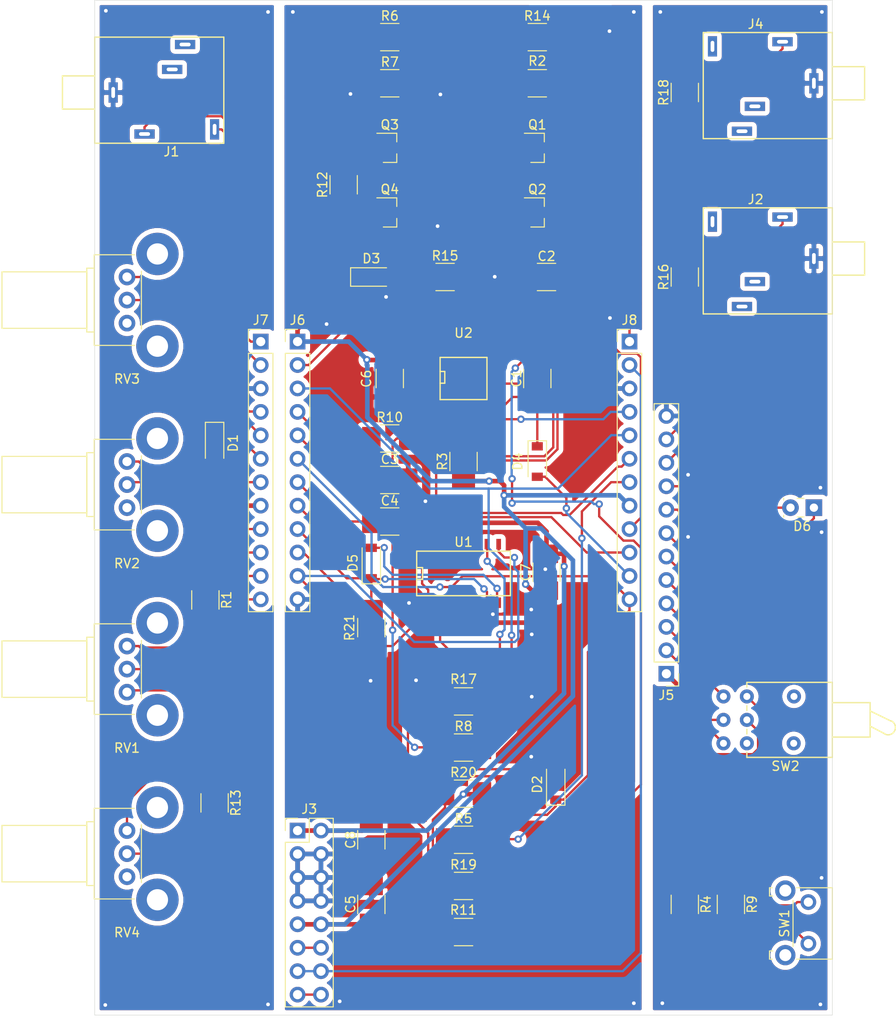
<source format=kicad_pcb>
(kicad_pcb (version 20171130) (host pcbnew "(5.1.5)-3")
  (layers (0 F.Cu signal) (31 B.Cu signal) (34 B.Paste user) (35 F.Paste user) (36 B.SilkS user) (37 F.SilkS user) (38 B.Mask user) (39 F.Mask user) (44 Edge.Cuts user))
  (net 0 "")
  (net 1 "Net-(C1-Pad2)")
  (net 2 "Net-(C1-Pad1)")
  (net 3 GND)
  (net 4 "Net-(C2-Pad2)")
  (net 5 +12v)
  (net 6 -12v)
  (net 7 "Net-(D1-Pad2)")
  (net 8 "Net-(D1-Pad1)")
  (net 9 "Net-(D2-Pad2)")
  (net 10 "Net-(J1-Pad3)")
  (net 11 "Net-(J2-Pad3)")
  (net 12 "Net-(J2-Pad2)")
  (net 13 "Net-(J3-Pad15)")
  (net 14 "Net-(J3-Pad11)")
  (net 15 "Net-(J4-Pad2)")
  (net 16 "Net-(J4-Pad3)")
  (net 17 "Net-(Q1-Pad2)")
  (net 18 "Net-(Q1-Pad1)")
  (net 19 "Net-(Q2-Pad3)")
  (net 20 "Net-(Q3-Pad3)")
  (net 21 "Net-(Q3-Pad1)")
  (net 22 "Net-(R1-Pad2)")
  (net 23 "Net-(R4-Pad2)")
  (net 24 "Net-(R9-Pad2)")
  (net 25 "Net-(R13-Pad2)")
  (net 26 "Net-(R17-Pad2)")
  (net 27 "Net-(RV2-Pad3)")
  (net 28 "Net-(RV3-Pad3)")
  (net 29 "Net-(RV4-Pad3)")
  (net 30 "Net-(SW2-Pad3)")
  (net 31 Speed3)
  (net 32 Speed2)
  (net 33 RELout)
  (net 34 Button)
  (net 35 RELin)
  (net 36 LEDin)
  (net 37 LEDout)
  (net 38 "Net-(D6-Pad2)")
  (net 39 "Net-(D6-Pad1)")
  (net 40 "Net-(J1-Pad2)")
  (net 41 GateIn)
  (net 42 "Net-(J5-Pad7)")
  (net 43 "Net-(J5-Pad6)")
  (net 44 "Net-(J5-Pad5)")
  (net 45 "Net-(J5-Pad4)")
  (net 46 "Net-(J5-Pad3)")
  (net 47 "Net-(J5-Pad2)")
  (net 48 ATTout)
  (net 49 Speed1)
  (net 50 ADSRout)
  (net 51 ADSRInvert)
  (net 52 "Net-(J7-Pad12)")
  (net 53 "Net-(J7-Pad11)")
  (net 54 "Net-(J7-Pad10)")
  (net 55 "Net-(J7-Pad9)")
  (net 56 "Net-(J7-Pad7)")
  (net 57 "Net-(J7-Pad5)")
  (net 58 "Net-(J7-Pad4)")
  (net 59 GateOut)
  (net 60 ATTin)
  (net 61 DECin)
  (net 62 DECout)
  (net 63 SUSin)
  (net 64 SUSout)
  (net 65 /GND_In)
  (net 66 /GND_Out)
  (net 67 /12VDC_Out)
  (net 68 /12VDC_In)
  (net 69 "Net-(J5-Pad11)")
  (net 70 "Net-(J5-Pad10)")
  (module Custom_Library:SW_Tactile_TE_FSMRACDAH (layer F.Cu) (at 80 100 270)
    (fp_text reference SW1 (at 0.0656 5.1924 90) (layer F.SilkS))
    (fp_text value SW_Push)
    (pad "" thru_hole circle (at 3.5 5.1 90) (size 2.2 2.2) (drill 1.3) (layers *.Cu *.Mask))
    (pad "" thru_hole circle (at -3.5 5.1 90) (size 2.2 2.2) (drill 1.3) (layers *.Cu *.Mask))
    (pad 2 thru_hole circle (at 2.25 2.6 90) (size 1.7 1.7) (drill 1) (layers *.Cu *.Mask) (net 24 "Net-(R9-Pad2)"))
    (pad 1 thru_hole circle (at -2.25 2.6 90) (size 1.7 1.7) (drill 1) (layers *.Cu *.Mask) (net 23 "Net-(R4-Pad2)"))
  )
  (module Pin_Headers:Pin_Header_Straight_1x12_Pitch2.54mm (layer F.Cu) (at 58 37)
    (fp_text reference J8 (at 0 -2.33) (layer F.SilkS))
    (fp_text value Conn_01x12)
    (pad 1 thru_hole rect (at 0 0) (size 1.7 1.7) (drill 1) (layers *.Cu *.Mask) (net 59 GateOut))
    (pad 2 thru_hole oval (at 0 2.54) (size 1.7 1.7) (drill 1) (layers *.Cu *.Mask) (net 41 GateIn))
    (pad 3 thru_hole oval (at 0 5.08) (size 1.7 1.7) (drill 1) (layers *.Cu *.Mask) (net 3 GND))
    (pad 4 thru_hole oval (at 0 7.62) (size 1.7 1.7) (drill 1) (layers *.Cu *.Mask) (net 60 ATTin))
    (pad 5 thru_hole oval (at 0 10.16) (size 1.7 1.7) (drill 1) (layers *.Cu *.Mask) (net 48 ATTout))
    (pad 6 thru_hole oval (at 0 12.7) (size 1.7 1.7) (drill 1) (layers *.Cu *.Mask) (net 61 DECin))
    (pad 7 thru_hole oval (at 0 15.24) (size 1.7 1.7) (drill 1) (layers *.Cu *.Mask) (net 62 DECout))
    (pad 8 thru_hole oval (at 0 17.78) (size 1.7 1.7) (drill 1) (layers *.Cu *.Mask) (net 5 +12v))
    (pad 9 thru_hole oval (at 0 20.32) (size 1.7 1.7) (drill 1) (layers *.Cu *.Mask) (net 63 SUSin))
    (pad 10 thru_hole oval (at 0 22.86) (size 1.7 1.7) (drill 1) (layers *.Cu *.Mask) (net 64 SUSout))
    (pad 11 thru_hole oval (at 0 25.4) (size 1.7 1.7) (drill 1) (layers *.Cu *.Mask) (net 35 RELin))
    (pad 12 thru_hole oval (at 0 27.94) (size 1.7 1.7) (drill 1) (layers *.Cu *.Mask) (net 33 RELout))
  )
  (module Diodes_SMD:D_SOD-123 (layer F.Cu) (at 13 48 270)
    (fp_text reference D1 (at 0 -2 90) (layer F.SilkS))
    (fp_text value 1N4148)
    (pad 2 smd rect (at 1.65 0 270) (size 0.9 1.2) (layers F.Cu F.Paste F.Mask) (net 7 "Net-(D1-Pad2)"))
    (pad 1 smd rect (at -1.65 0 270) (size 0.9 1.2) (layers F.Cu F.Paste F.Mask) (net 8 "Net-(D1-Pad1)"))
  )
  (module Resistors_SMD:R_1210_HandSoldering (layer F.Cu) (at 64 10 90)
    (fp_text reference R18 (at 0 -2.3 90) (layer F.SilkS))
    (fp_text value 1k)
    (pad 2 smd rect (at 2 0 90) (size 2 2.5) (layers F.Cu F.Paste F.Mask) (net 16 "Net-(J4-Pad3)"))
    (pad 1 smd rect (at -2 0 90) (size 2 2.5) (layers F.Cu F.Paste F.Mask) (net 69 "Net-(J5-Pad11)"))
  )
  (module LEDs:LED_Rectangular_W3.9mm_H1.9mm (layer F.Cu) (at 78 55 180)
    (fp_text reference D6 (at 1.27 -2.01) (layer F.SilkS))
    (fp_text value LED)
    (pad 2 thru_hole circle (at 2.54 0 180) (size 1.8 1.8) (drill 0.9) (layers *.Cu *.Mask) (net 38 "Net-(D6-Pad2)"))
    (pad 1 thru_hole rect (at 0 0 180) (size 1.8 1.8) (drill 0.9) (layers *.Cu *.Mask) (net 39 "Net-(D6-Pad1)"))
  )
  (module Custom_Library:Mono_Jack_3.5mm_Switch_Switchcraft_35RAPC2AH3 (layer F.Cu) (at 0 10)
    (fp_text reference J1 (at 8.3185 6.4135) (layer F.SilkS))
    (fp_text value AudioJack1_Switch)
    (pad 1 thru_hole rect (at 2 0) (size 1 2.2) (drill oval 0.4 1.2) (layers *.Cu *.Mask) (net 65 /GND_In))
    (pad 3 thru_hole rect (at 5.4 4.5) (size 2.2 1) (drill oval 1.2 0.4) (layers *.Cu *.Mask) (net 10 "Net-(J1-Pad3)"))
    (pad 2 thru_hole rect (at 13 4) (size 1 2.2) (drill oval 0.4 1.2) (layers *.Cu *.Mask) (net 40 "Net-(J1-Pad2)"))
    (pad ~ thru_hole rect (at 8.4 -2.5) (size 2.2 1) (drill oval 1.2 0.4) (layers *.Cu *.Mask))
    (pad ~ thru_hole rect (at 9.8 -5.2) (size 2.2 1) (drill oval 1.2 0.4) (layers *.Cu *.Mask))
  )
  (module Custom_Library:Mono_Jack_3.5mm_Switch_Switchcraft_35RAPC2AH3 (layer F.Cu) (at 80 28 180)
    (fp_text reference J2 (at 8.3185 6.4135) (layer F.SilkS))
    (fp_text value AudioJack1_Switch)
    (pad 1 thru_hole rect (at 2 0 180) (size 1 2.2) (drill oval 0.4 1.2) (layers *.Cu *.Mask) (net 66 /GND_Out))
    (pad 3 thru_hole rect (at 5.4 4.5 180) (size 2.2 1) (drill oval 1.2 0.4) (layers *.Cu *.Mask) (net 11 "Net-(J2-Pad3)"))
    (pad 2 thru_hole rect (at 13 4 180) (size 1 2.2) (drill oval 0.4 1.2) (layers *.Cu *.Mask) (net 12 "Net-(J2-Pad2)"))
    (pad ~ thru_hole rect (at 8.4 -2.5 180) (size 2.2 1) (drill oval 1.2 0.4) (layers *.Cu *.Mask))
    (pad ~ thru_hole rect (at 9.8 -5.2 180) (size 2.2 1) (drill oval 1.2 0.4) (layers *.Cu *.Mask))
  )
  (module Pin_Headers:Pin_Header_Straight_2x08_Pitch2.54mm (layer F.Cu) (at 22 90)
    (fp_text reference J3 (at 1.27 -2.33) (layer F.SilkS))
    (fp_text value Conn_02x08_Odd_Even)
    (pad 16 thru_hole oval (at 2.54 17.78) (size 1.7 1.7) (drill 1) (layers *.Cu *.Mask) (net 13 "Net-(J3-Pad15)"))
    (pad 15 thru_hole oval (at 0 17.78) (size 1.7 1.7) (drill 1) (layers *.Cu *.Mask) (net 13 "Net-(J3-Pad15)"))
    (pad 14 thru_hole oval (at 2.54 15.24) (size 1.7 1.7) (drill 1) (layers *.Cu *.Mask) (net 41 GateIn))
    (pad 13 thru_hole oval (at 0 15.24) (size 1.7 1.7) (drill 1) (layers *.Cu *.Mask) (net 41 GateIn))
    (pad 12 thru_hole oval (at 2.54 12.7) (size 1.7 1.7) (drill 1) (layers *.Cu *.Mask) (net 14 "Net-(J3-Pad11)"))
    (pad 11 thru_hole oval (at 0 12.7) (size 1.7 1.7) (drill 1) (layers *.Cu *.Mask) (net 14 "Net-(J3-Pad11)"))
    (pad 10 thru_hole oval (at 2.54 10.16) (size 1.7 1.7) (drill 1) (layers *.Cu *.Mask) (net 5 +12v))
    (pad 9 thru_hole oval (at 0 10.16) (size 1.7 1.7) (drill 1) (layers *.Cu *.Mask) (net 5 +12v))
    (pad 8 thru_hole oval (at 2.54 7.62) (size 1.7 1.7) (drill 1) (layers *.Cu *.Mask) (net 3 GND))
    (pad 7 thru_hole oval (at 0 7.62) (size 1.7 1.7) (drill 1) (layers *.Cu *.Mask) (net 3 GND))
    (pad 6 thru_hole oval (at 2.54 5.08) (size 1.7 1.7) (drill 1) (layers *.Cu *.Mask) (net 3 GND))
    (pad 5 thru_hole oval (at 0 5.08) (size 1.7 1.7) (drill 1) (layers *.Cu *.Mask) (net 3 GND))
    (pad 4 thru_hole oval (at 2.54 2.54) (size 1.7 1.7) (drill 1) (layers *.Cu *.Mask) (net 3 GND))
    (pad 3 thru_hole oval (at 0 2.54) (size 1.7 1.7) (drill 1) (layers *.Cu *.Mask) (net 3 GND))
    (pad 2 thru_hole oval (at 2.54 0) (size 1.7 1.7) (drill 1) (layers *.Cu *.Mask) (net 6 -12v))
    (pad 1 thru_hole rect (at 0 0) (size 1.7 1.7) (drill 1) (layers *.Cu *.Mask) (net 6 -12v))
  )
  (module Custom_Library:Mono_Jack_3.5mm_Switch_Switchcraft_35RAPC2AH3 (layer F.Cu) (at 80 9 180)
    (fp_text reference J4 (at 8.3185 6.4135) (layer F.SilkS))
    (fp_text value AudioJack1_Switch)
    (pad ~ thru_hole rect (at 9.8 -5.2 180) (size 2.2 1) (drill oval 1.2 0.4) (layers *.Cu *.Mask))
    (pad ~ thru_hole rect (at 8.4 -2.5 180) (size 2.2 1) (drill oval 1.2 0.4) (layers *.Cu *.Mask))
    (pad 2 thru_hole rect (at 13 4 180) (size 1 2.2) (drill oval 0.4 1.2) (layers *.Cu *.Mask) (net 15 "Net-(J4-Pad2)"))
    (pad 3 thru_hole rect (at 5.4 4.5 180) (size 2.2 1) (drill oval 1.2 0.4) (layers *.Cu *.Mask) (net 16 "Net-(J4-Pad3)"))
    (pad 1 thru_hole rect (at 2 0 180) (size 1 2.2) (drill oval 0.4 1.2) (layers *.Cu *.Mask) (net 66 /GND_Out))
  )
  (module Potentiometers:Potentiometer_Bourns_PTV09A-2_Vertical (layer F.Cu) (at 3.5 70 180)
    (fp_text reference RV1 (at 0 -11.05) (layer F.SilkS))
    (fp_text value 10k)
    (pad 3 thru_hole circle (at 0 -5 180) (size 1.8 1.8) (drill 1) (layers *.Cu *.Mask) (net 54 "Net-(J7-Pad10)"))
    (pad 2 thru_hole circle (at 0 -2.5 180) (size 1.8 1.8) (drill 1) (layers *.Cu *.Mask) (net 55 "Net-(J7-Pad9)"))
    (pad 1 thru_hole circle (at 0 0 180) (size 1.8 1.8) (drill 1) (layers *.Cu *.Mask) (net 22 "Net-(R1-Pad2)"))
    (pad 0 thru_hole circle (at -3.3 -7.5 180) (size 4.6 4.6) (drill 2.3) (layers *.Cu *.Mask))
    (pad 0 thru_hole circle (at -3.3 2.5 180) (size 4.6 4.6) (drill 2.3) (layers *.Cu *.Mask))
  )
  (module Potentiometers:Potentiometer_Bourns_PTV09A-2_Vertical (layer F.Cu) (at 3.5 50 180)
    (fp_text reference RV2 (at 0 -11.05) (layer F.SilkS))
    (fp_text value 500k)
    (pad 0 thru_hole circle (at -3.3 2.5 180) (size 4.6 4.6) (drill 2.3) (layers *.Cu *.Mask))
    (pad 0 thru_hole circle (at -3.3 -7.5 180) (size 4.6 4.6) (drill 2.3) (layers *.Cu *.Mask))
    (pad 1 thru_hole circle (at 0 0 180) (size 1.8 1.8) (drill 1) (layers *.Cu *.Mask) (net 7 "Net-(D1-Pad2)"))
    (pad 2 thru_hole circle (at 0 -2.5 180) (size 1.8 1.8) (drill 1) (layers *.Cu *.Mask) (net 56 "Net-(J7-Pad7)"))
    (pad 3 thru_hole circle (at 0 -5 180) (size 1.8 1.8) (drill 1) (layers *.Cu *.Mask) (net 27 "Net-(RV2-Pad3)"))
  )
  (module Potentiometers:Potentiometer_Bourns_PTV09A-2_Vertical (layer F.Cu) (at 3.5 30 180)
    (fp_text reference RV3 (at 0 -11.05) (layer F.SilkS))
    (fp_text value 500k)
    (pad 0 thru_hole circle (at -3.3 2.5 180) (size 4.6 4.6) (drill 2.3) (layers *.Cu *.Mask))
    (pad 0 thru_hole circle (at -3.3 -7.5 180) (size 4.6 4.6) (drill 2.3) (layers *.Cu *.Mask))
    (pad 1 thru_hole circle (at 0 0 180) (size 1.8 1.8) (drill 1) (layers *.Cu *.Mask) (net 58 "Net-(J7-Pad4)"))
    (pad 2 thru_hole circle (at 0 -2.5 180) (size 1.8 1.8) (drill 1) (layers *.Cu *.Mask) (net 57 "Net-(J7-Pad5)"))
    (pad 3 thru_hole circle (at 0 -5 180) (size 1.8 1.8) (drill 1) (layers *.Cu *.Mask) (net 28 "Net-(RV3-Pad3)"))
  )
  (module Potentiometers:Potentiometer_Bourns_PTV09A-2_Vertical (layer F.Cu) (at 3.5 90 180)
    (fp_text reference RV4 (at 0 -11.05) (layer F.SilkS))
    (fp_text value 500k)
    (pad 3 thru_hole circle (at 0 -5 180) (size 1.8 1.8) (drill 1) (layers *.Cu *.Mask) (net 29 "Net-(RV4-Pad3)"))
    (pad 2 thru_hole circle (at 0 -2.5 180) (size 1.8 1.8) (drill 1) (layers *.Cu *.Mask) (net 25 "Net-(R13-Pad2)"))
    (pad 1 thru_hole circle (at 0 0 180) (size 1.8 1.8) (drill 1) (layers *.Cu *.Mask) (net 53 "Net-(J7-Pad11)"))
    (pad 0 thru_hole circle (at -3.3 -7.5 180) (size 4.6 4.6) (drill 2.3) (layers *.Cu *.Mask))
    (pad 0 thru_hole circle (at -3.3 2.5 180) (size 4.6 4.6) (drill 2.3) (layers *.Cu *.Mask))
  )
  (module Custom_Library:200AWMDP1T2A1M6QE (layer F.Cu) (at 80 78 180)
    (fp_text reference SW2 (at 5.08 -5.0165) (layer F.SilkS))
    (fp_text value SW_DPDT_x2)
    (pad 1 thru_hole circle (at 9.27 2.54 180) (size 1.524 1.524) (drill 0.762) (layers *.Cu *.Mask) (net 46 "Net-(J5-Pad3)"))
    (pad 2 thru_hole circle (at 9.27 0 180) (size 1.524 1.524) (drill 0.762) (layers *.Cu *.Mask) (net 45 "Net-(J5-Pad4)"))
    (pad 3 thru_hole circle (at 9.27 -2.54 180) (size 1.524 1.524) (drill 0.762) (layers *.Cu *.Mask) (net 30 "Net-(SW2-Pad3)"))
    (pad 4 thru_hole circle (at 11.81 2.54 180) (size 1.524 1.524) (drill 0.762) (layers *.Cu *.Mask) (net 42 "Net-(J5-Pad7)"))
    (pad 5 thru_hole circle (at 11.81 0 180) (size 1.524 1.524) (drill 0.762) (layers *.Cu *.Mask) (net 43 "Net-(J5-Pad6)"))
    (pad 6 thru_hole circle (at 11.81 -2.54 180) (size 1.524 1.524) (drill 0.762) (layers *.Cu *.Mask) (net 44 "Net-(J5-Pad5)"))
    (pad "" thru_hole circle (at 4.19 -2.54 180) (size 1.524 1.524) (drill 0.762) (layers *.Cu *.Mask))
    (pad "" thru_hole circle (at 4.16 2.54 180) (size 1.524 1.524) (drill 0.762) (layers *.Cu *.Mask))
  )
  (module Pin_Headers:Pin_Header_Straight_1x12_Pitch2.54mm (layer F.Cu) (at 62 73 180)
    (fp_text reference J5 (at 0 -2.33) (layer F.SilkS))
    (fp_text value Conn_01x12)
    (pad 12 thru_hole oval (at 0 27.94 180) (size 1.7 1.7) (drill 1) (layers *.Cu *.Mask) (net 66 /GND_Out))
    (pad 11 thru_hole oval (at 0 25.4 180) (size 1.7 1.7) (drill 1) (layers *.Cu *.Mask) (net 69 "Net-(J5-Pad11)"))
    (pad 10 thru_hole oval (at 0 22.86 180) (size 1.7 1.7) (drill 1) (layers *.Cu *.Mask) (net 70 "Net-(J5-Pad10)"))
    (pad 9 thru_hole oval (at 0 20.32 180) (size 1.7 1.7) (drill 1) (layers *.Cu *.Mask) (net 38 "Net-(D6-Pad2)"))
    (pad 8 thru_hole oval (at 0 17.78 180) (size 1.7 1.7) (drill 1) (layers *.Cu *.Mask) (net 39 "Net-(D6-Pad1)"))
    (pad 7 thru_hole oval (at 0 15.24 180) (size 1.7 1.7) (drill 1) (layers *.Cu *.Mask) (net 42 "Net-(J5-Pad7)"))
    (pad 6 thru_hole oval (at 0 12.7 180) (size 1.7 1.7) (drill 1) (layers *.Cu *.Mask) (net 43 "Net-(J5-Pad6)"))
    (pad 5 thru_hole oval (at 0 10.16 180) (size 1.7 1.7) (drill 1) (layers *.Cu *.Mask) (net 44 "Net-(J5-Pad5)"))
    (pad 4 thru_hole oval (at 0 7.62 180) (size 1.7 1.7) (drill 1) (layers *.Cu *.Mask) (net 45 "Net-(J5-Pad4)"))
    (pad 3 thru_hole oval (at 0 5.08 180) (size 1.7 1.7) (drill 1) (layers *.Cu *.Mask) (net 46 "Net-(J5-Pad3)"))
    (pad 2 thru_hole oval (at 0 2.54 180) (size 1.7 1.7) (drill 1) (layers *.Cu *.Mask) (net 47 "Net-(J5-Pad2)"))
    (pad 1 thru_hole rect (at 0 0 180) (size 1.7 1.7) (drill 1) (layers *.Cu *.Mask) (net 67 /12VDC_Out))
  )
  (module Pin_Headers:Pin_Header_Straight_1x12_Pitch2.54mm (layer F.Cu) (at 22 37)
    (fp_text reference J6 (at 0 -2.33) (layer F.SilkS))
    (fp_text value Conn_01x12)
    (pad 1 thru_hole rect (at 0 0) (size 1.7 1.7) (drill 1) (layers *.Cu *.Mask) (net 5 +12v))
    (pad 2 thru_hole oval (at 0 2.54) (size 1.7 1.7) (drill 1) (layers *.Cu *.Mask) (net 34 Button))
    (pad 3 thru_hole oval (at 0 5.08) (size 1.7 1.7) (drill 1) (layers *.Cu *.Mask) (net 48 ATTout))
    (pad 4 thru_hole oval (at 0 7.62) (size 1.7 1.7) (drill 1) (layers *.Cu *.Mask) (net 49 Speed1))
    (pad 5 thru_hole oval (at 0 10.16) (size 1.7 1.7) (drill 1) (layers *.Cu *.Mask) (net 31 Speed3))
    (pad 6 thru_hole oval (at 0 12.7) (size 1.7 1.7) (drill 1) (layers *.Cu *.Mask) (net 33 RELout))
    (pad 7 thru_hole oval (at 0 15.24) (size 1.7 1.7) (drill 1) (layers *.Cu *.Mask) (net 32 Speed2))
    (pad 8 thru_hole oval (at 0 17.78) (size 1.7 1.7) (drill 1) (layers *.Cu *.Mask) (net 37 LEDout))
    (pad 9 thru_hole oval (at 0 20.32) (size 1.7 1.7) (drill 1) (layers *.Cu *.Mask) (net 36 LEDin))
    (pad 10 thru_hole oval (at 0 22.86) (size 1.7 1.7) (drill 1) (layers *.Cu *.Mask) (net 50 ADSRout))
    (pad 11 thru_hole oval (at 0 25.4) (size 1.7 1.7) (drill 1) (layers *.Cu *.Mask) (net 51 ADSRInvert))
    (pad 12 thru_hole oval (at 0 27.94) (size 1.7 1.7) (drill 1) (layers *.Cu *.Mask) (net 3 GND))
  )
  (module Pin_Headers:Pin_Header_Straight_1x12_Pitch2.54mm (layer F.Cu) (at 18 37)
    (fp_text reference J7 (at 0 -2.33) (layer F.SilkS))
    (fp_text value Conn_01x12)
    (pad 12 thru_hole oval (at 0 27.94) (size 1.7 1.7) (drill 1) (layers *.Cu *.Mask) (net 52 "Net-(J7-Pad12)"))
    (pad 11 thru_hole oval (at 0 25.4) (size 1.7 1.7) (drill 1) (layers *.Cu *.Mask) (net 53 "Net-(J7-Pad11)"))
    (pad 10 thru_hole oval (at 0 22.86) (size 1.7 1.7) (drill 1) (layers *.Cu *.Mask) (net 54 "Net-(J7-Pad10)"))
    (pad 9 thru_hole oval (at 0 20.32) (size 1.7 1.7) (drill 1) (layers *.Cu *.Mask) (net 55 "Net-(J7-Pad9)"))
    (pad 8 thru_hole oval (at 0 17.78) (size 1.7 1.7) (drill 1) (layers *.Cu *.Mask) (net 68 /12VDC_In))
    (pad 7 thru_hole oval (at 0 15.24) (size 1.7 1.7) (drill 1) (layers *.Cu *.Mask) (net 56 "Net-(J7-Pad7)"))
    (pad 6 thru_hole oval (at 0 12.7) (size 1.7 1.7) (drill 1) (layers *.Cu *.Mask) (net 8 "Net-(D1-Pad1)"))
    (pad 5 thru_hole oval (at 0 10.16) (size 1.7 1.7) (drill 1) (layers *.Cu *.Mask) (net 57 "Net-(J7-Pad5)"))
    (pad 4 thru_hole oval (at 0 7.62) (size 1.7 1.7) (drill 1) (layers *.Cu *.Mask) (net 58 "Net-(J7-Pad4)"))
    (pad 3 thru_hole oval (at 0 5.08) (size 1.7 1.7) (drill 1) (layers *.Cu *.Mask) (net 65 /GND_In))
    (pad 2 thru_hole oval (at 0 2.54) (size 1.7 1.7) (drill 1) (layers *.Cu *.Mask) (net 40 "Net-(J1-Pad2)"))
    (pad 1 thru_hole rect (at 0 0) (size 1.7 1.7) (drill 1) (layers *.Cu *.Mask) (net 10 "Net-(J1-Pad3)"))
  )
  (module Capacitors_SMD:C_1210_HandSoldering (layer F.Cu) (at 48 41 90)
    (fp_text reference C1 (at 0 -2.25 90) (layer F.SilkS))
    (fp_text value 0.1u)
    (pad 2 smd rect (at 2 0 90) (size 2 2.5) (layers F.Cu F.Paste F.Mask) (net 1 "Net-(C1-Pad2)"))
    (pad 1 smd rect (at -2 0 90) (size 2 2.5) (layers F.Cu F.Paste F.Mask) (net 2 "Net-(C1-Pad1)"))
  )
  (module Capacitors_SMD:C_1210_HandSoldering (layer F.Cu) (at 49 30)
    (fp_text reference C2 (at 0 -2.25) (layer F.SilkS))
    (fp_text value 0.1u)
    (pad 1 smd rect (at -2 0) (size 2 2.5) (layers F.Cu F.Paste F.Mask) (net 3 GND))
    (pad 2 smd rect (at 2 0) (size 2 2.5) (layers F.Cu F.Paste F.Mask) (net 4 "Net-(C2-Pad2)"))
  )
  (module Capacitors_SMD:C_1210_HandSoldering (layer F.Cu) (at 32 52)
    (fp_text reference C3 (at 0 -2.25) (layer F.SilkS))
    (fp_text value 1u)
    (pad 1 smd rect (at -2 0) (size 2 2.5) (layers F.Cu F.Paste F.Mask) (net 31 Speed3))
    (pad 2 smd rect (at 2 0) (size 2 2.5) (layers F.Cu F.Paste F.Mask) (net 3 GND))
  )
  (module Capacitors_SMD:C_1210_HandSoldering (layer F.Cu) (at 32 56.5)
    (fp_text reference C4 (at 0 -2.25) (layer F.SilkS))
    (fp_text value 10u)
    (pad 2 smd rect (at 2 0) (size 2 2.5) (layers F.Cu F.Paste F.Mask) (net 3 GND))
    (pad 1 smd rect (at -2 0) (size 2 2.5) (layers F.Cu F.Paste F.Mask) (net 32 Speed2))
  )
  (module Capacitors_SMD:C_1210_HandSoldering (layer F.Cu) (at 30 98 90)
    (fp_text reference C5 (at 0 -2.25 90) (layer F.SilkS))
    (fp_text value 22u)
    (pad 2 smd rect (at 2 0 90) (size 2 2.5) (layers F.Cu F.Paste F.Mask) (net 3 GND))
    (pad 1 smd rect (at -2 0 90) (size 2 2.5) (layers F.Cu F.Paste F.Mask) (net 5 +12v))
  )
  (module Capacitors_SMD:C_1210_HandSoldering (layer F.Cu) (at 32 41 270)
    (fp_text reference C6 (at 0.021 2.536 90) (layer F.SilkS))
    (fp_text value 100u)
    (pad 2 smd rect (at 2 0 270) (size 2 2.5) (layers F.Cu F.Paste F.Mask) (net 3 GND))
    (pad 1 smd rect (at -2 0 270) (size 2 2.5) (layers F.Cu F.Paste F.Mask) (net 5 +12v))
  )
  (module Capacitors_SMD:C_1210_HandSoldering (layer F.Cu) (at 49 62 90)
    (fp_text reference C7 (at 0 -2.25 90) (layer F.SilkS))
    (fp_text value 100u)
    (pad 1 smd rect (at -2 0 90) (size 2 2.5) (layers F.Cu F.Paste F.Mask) (net 5 +12v))
    (pad 2 smd rect (at 2 0 90) (size 2 2.5) (layers F.Cu F.Paste F.Mask) (net 6 -12v))
  )
  (module Capacitors_SMD:C_1210_HandSoldering (layer F.Cu) (at 30 91 90)
    (fp_text reference C8 (at 0 -2.25 90) (layer F.SilkS))
    (fp_text value 22u)
    (pad 1 smd rect (at -2 0 90) (size 2 2.5) (layers F.Cu F.Paste F.Mask) (net 3 GND))
    (pad 2 smd rect (at 2 0 90) (size 2 2.5) (layers F.Cu F.Paste F.Mask) (net 6 -12v))
  )
  (module Diodes_SMD:D_SOD-123 (layer F.Cu) (at 50 85 90)
    (fp_text reference D2 (at 0 -2 90) (layer F.SilkS))
    (fp_text value 1N4148)
    (pad 2 smd rect (at 1.65 0 90) (size 0.9 1.2) (layers F.Cu F.Paste F.Mask) (net 9 "Net-(D2-Pad2)"))
    (pad 1 smd rect (at -1.65 0 90) (size 0.9 1.2) (layers F.Cu F.Paste F.Mask) (net 33 RELout))
  )
  (module Diodes_SMD:D_SOD-123 (layer F.Cu) (at 30 30)
    (fp_text reference D3 (at 0 -2) (layer F.SilkS))
    (fp_text value 1N4148)
    (pad 1 smd rect (at -1.65 0) (size 0.9 1.2) (layers F.Cu F.Paste F.Mask) (net 34 Button))
    (pad 2 smd rect (at 1.65 0) (size 0.9 1.2) (layers F.Cu F.Paste F.Mask) (net 3 GND))
  )
  (module Diodes_SMD:D_SOD-123 (layer F.Cu) (at 48 50 270)
    (fp_text reference D4 (at 0 2.1276 90) (layer F.SilkS))
    (fp_text value 1N4148)
    (pad 1 smd rect (at -1.65 0 270) (size 0.9 1.2) (layers F.Cu F.Paste F.Mask) (net 2 "Net-(C1-Pad1)"))
    (pad 2 smd rect (at 1.65 0 270) (size 0.9 1.2) (layers F.Cu F.Paste F.Mask) (net 35 RELin))
  )
  (module Diodes_SMD:D_SOD-123 (layer F.Cu) (at 30 61 90)
    (fp_text reference D5 (at 0 -2.0092 90) (layer F.SilkS))
    (fp_text value 1N4148)
    (pad 2 smd rect (at 1.65 0 90) (size 0.9 1.2) (layers F.Cu F.Paste F.Mask) (net 37 LEDout))
    (pad 1 smd rect (at -1.65 0 90) (size 0.9 1.2) (layers F.Cu F.Paste F.Mask) (net 36 LEDin))
  )
  (module TO_SOT_Packages_SMD:SOT-23 (layer F.Cu) (at 48 16)
    (fp_text reference Q1 (at 0 -2.5) (layer F.SilkS))
    (fp_text value 2N7000)
    (pad 1 smd rect (at -1 -0.95) (size 0.9 0.8) (layers F.Cu F.Paste F.Mask) (net 18 "Net-(Q1-Pad1)"))
    (pad 2 smd rect (at -1 0.95) (size 0.9 0.8) (layers F.Cu F.Paste F.Mask) (net 17 "Net-(Q1-Pad2)"))
    (pad 3 smd rect (at 1 0) (size 0.9 0.8) (layers F.Cu F.Paste F.Mask) (net 63 SUSin))
  )
  (module TO_SOT_Packages_SMD:SOT-23 (layer F.Cu) (at 48 23)
    (fp_text reference Q2 (at 0 -2.5) (layer F.SilkS))
    (fp_text value 2N3904)
    (pad 1 smd rect (at -1 -0.95) (size 0.9 0.8) (layers F.Cu F.Paste F.Mask) (net 3 GND))
    (pad 2 smd rect (at -1 0.95) (size 0.9 0.8) (layers F.Cu F.Paste F.Mask) (net 1 "Net-(C1-Pad2)"))
    (pad 3 smd rect (at 1 0) (size 0.9 0.8) (layers F.Cu F.Paste F.Mask) (net 19 "Net-(Q2-Pad3)"))
  )
  (module TO_SOT_Packages_SMD:SOT-23 (layer F.Cu) (at 32 16)
    (fp_text reference Q3 (at 0 -2.5) (layer F.SilkS))
    (fp_text value 2N3904)
    (pad 3 smd rect (at 1 0) (size 0.9 0.8) (layers F.Cu F.Paste F.Mask) (net 20 "Net-(Q3-Pad3)"))
    (pad 2 smd rect (at -1 0.95) (size 0.9 0.8) (layers F.Cu F.Paste F.Mask) (net 34 Button))
    (pad 1 smd rect (at -1 -0.95) (size 0.9 0.8) (layers F.Cu F.Paste F.Mask) (net 21 "Net-(Q3-Pad1)"))
  )
  (module TO_SOT_Packages_SMD:SOT-23 (layer F.Cu) (at 32 23)
    (fp_text reference Q4 (at 0 -2.5) (layer F.SilkS))
    (fp_text value 2N3904)
    (pad 3 smd rect (at 1 0) (size 0.9 0.8) (layers F.Cu F.Paste F.Mask) (net 2 "Net-(C1-Pad1)"))
    (pad 2 smd rect (at -1 0.95) (size 0.9 0.8) (layers F.Cu F.Paste F.Mask) (net 20 "Net-(Q3-Pad3)"))
    (pad 1 smd rect (at -1 -0.95) (size 0.9 0.8) (layers F.Cu F.Paste F.Mask) (net 21 "Net-(Q3-Pad1)"))
  )
  (module Resistors_SMD:R_1210_HandSoldering (layer F.Cu) (at 12 65 270)
    (fp_text reference R1 (at 0 -2.3 90) (layer F.SilkS))
    (fp_text value 4.7k)
    (pad 2 smd rect (at 2 0 270) (size 2 2.5) (layers F.Cu F.Paste F.Mask) (net 22 "Net-(R1-Pad2)"))
    (pad 1 smd rect (at -2 0 270) (size 2 2.5) (layers F.Cu F.Paste F.Mask) (net 68 /12VDC_In))
  )
  (module Resistors_SMD:R_1210_HandSoldering (layer F.Cu) (at 48 9 180)
    (fp_text reference R2 (at 0 2.4125) (layer F.SilkS))
    (fp_text value 1M)
    (pad 1 smd rect (at -2 0 180) (size 2 2.5) (layers F.Cu F.Paste F.Mask) (net 17 "Net-(Q1-Pad2)"))
    (pad 2 smd rect (at 2 0 180) (size 2 2.5) (layers F.Cu F.Paste F.Mask) (net 2 "Net-(C1-Pad1)"))
  )
  (module Resistors_SMD:R_1210_HandSoldering (layer F.Cu) (at 40 50 90)
    (fp_text reference R3 (at 0 -2.3 90) (layer F.SilkS))
    (fp_text value 22k)
    (pad 2 smd rect (at 2 0 90) (size 2 2.5) (layers F.Cu F.Paste F.Mask) (net 19 "Net-(Q2-Pad3)"))
    (pad 1 smd rect (at -2 0 90) (size 2 2.5) (layers F.Cu F.Paste F.Mask) (net 5 +12v))
  )
  (module Resistors_SMD:R_1210_HandSoldering (layer F.Cu) (at 64 98 270)
    (fp_text reference R4 (at 0 -2.3 90) (layer F.SilkS))
    (fp_text value 10k)
    (pad 2 smd rect (at 2 0 270) (size 2 2.5) (layers F.Cu F.Paste F.Mask) (net 23 "Net-(R4-Pad2)"))
    (pad 1 smd rect (at -2 0 270) (size 2 2.5) (layers F.Cu F.Paste F.Mask) (net 67 /12VDC_Out))
  )
  (module Resistors_SMD:R_1210_HandSoldering (layer F.Cu) (at 40 91)
    (fp_text reference R5 (at 0 -2.3) (layer F.SilkS))
    (fp_text value 100)
    (pad 1 smd rect (at -2 0) (size 2 2.5) (layers F.Cu F.Paste F.Mask) (net 33 RELout))
    (pad 2 smd rect (at 2 0) (size 2 2.5) (layers F.Cu F.Paste F.Mask) (net 62 DECout))
  )
  (module Resistors_SMD:R_1210_HandSoldering (layer F.Cu) (at 32 4)
    (fp_text reference R6 (at 0 -2.3) (layer F.SilkS))
    (fp_text value 22k)
    (pad 1 smd rect (at -2 0) (size 2 2.5) (layers F.Cu F.Paste F.Mask) (net 5 +12v))
    (pad 2 smd rect (at 2 0) (size 2 2.5) (layers F.Cu F.Paste F.Mask) (net 20 "Net-(Q3-Pad3)"))
  )
  (module Resistors_SMD:R_1210_HandSoldering (layer F.Cu) (at 32 9)
    (fp_text reference R7 (at 0 -2.3) (layer F.SilkS))
    (fp_text value 22k)
    (pad 2 smd rect (at 2 0) (size 2 2.5) (layers F.Cu F.Paste F.Mask) (net 2 "Net-(C1-Pad1)"))
    (pad 1 smd rect (at -2 0) (size 2 2.5) (layers F.Cu F.Paste F.Mask) (net 5 +12v))
  )
  (module Resistors_SMD:R_1210_HandSoldering (layer F.Cu) (at 40 81)
    (fp_text reference R8 (at 0 -2.3) (layer F.SilkS))
    (fp_text value 680)
    (pad 2 smd rect (at 2 0) (size 2 2.5) (layers F.Cu F.Paste F.Mask) (net 48 ATTout))
    (pad 1 smd rect (at -2 0) (size 2 2.5) (layers F.Cu F.Paste F.Mask) (net 9 "Net-(D2-Pad2)"))
  )
  (module Resistors_SMD:R_1210_HandSoldering (layer F.Cu) (at 69 98 270)
    (fp_text reference R9 (at 0 -2.3 90) (layer F.SilkS))
    (fp_text value 47k)
    (pad 1 smd rect (at -2 0 270) (size 2 2.5) (layers F.Cu F.Paste F.Mask) (net 47 "Net-(J5-Pad2)"))
    (pad 2 smd rect (at 2 0 270) (size 2 2.5) (layers F.Cu F.Paste F.Mask) (net 24 "Net-(R9-Pad2)"))
  )
  (module Resistors_SMD:R_1210_HandSoldering (layer F.Cu) (at 32 47.5)
    (fp_text reference R10 (at 0 -2.3) (layer F.SilkS))
    (fp_text value 120)
    (pad 1 smd rect (at -2 0) (size 2 2.5) (layers F.Cu F.Paste F.Mask) (net 49 Speed1))
    (pad 2 smd rect (at 2 0) (size 2 2.5) (layers F.Cu F.Paste F.Mask) (net 9 "Net-(D2-Pad2)"))
  )
  (module Resistors_SMD:R_1210_HandSoldering (layer F.Cu) (at 40 101 180)
    (fp_text reference R11 (at 0.0204 2.3972) (layer F.SilkS))
    (fp_text value 22k)
    (pad 1 smd rect (at -2 0 180) (size 2 2.5) (layers F.Cu F.Paste F.Mask) (net 1 "Net-(C1-Pad2)"))
    (pad 2 smd rect (at 2 0 180) (size 2 2.5) (layers F.Cu F.Paste F.Mask) (net 3 GND))
  )
  (module Resistors_SMD:R_1210_HandSoldering (layer F.Cu) (at 27 20 90)
    (fp_text reference R12 (at 0 -2.3 90) (layer F.SilkS))
    (fp_text value 1M)
    (pad 2 smd rect (at 2 0 90) (size 2 2.5) (layers F.Cu F.Paste F.Mask) (net 59 GateOut))
    (pad 1 smd rect (at -2 0 90) (size 2 2.5) (layers F.Cu F.Paste F.Mask) (net 34 Button))
  )
  (module Resistors_SMD:R_1210_HandSoldering (layer F.Cu) (at 13 87 270)
    (fp_text reference R13 (at 0 -2.3 90) (layer F.SilkS))
    (fp_text value 100)
    (pad 1 smd rect (at -2 0 270) (size 2 2.5) (layers F.Cu F.Paste F.Mask) (net 52 "Net-(J7-Pad12)"))
    (pad 2 smd rect (at 2 0 270) (size 2 2.5) (layers F.Cu F.Paste F.Mask) (net 25 "Net-(R13-Pad2)"))
  )
  (module Resistors_SMD:R_1210_HandSoldering (layer F.Cu) (at 48 4)
    (fp_text reference R14 (at 0 -2.3) (layer F.SilkS))
    (fp_text value 1.2M)
    (pad 1 smd rect (at -2 0) (size 2 2.5) (layers F.Cu F.Paste F.Mask) (net 59 GateOut))
    (pad 2 smd rect (at 2 0) (size 2 2.5) (layers F.Cu F.Paste F.Mask) (net 3 GND))
  )
  (module Resistors_SMD:R_1210_HandSoldering (layer F.Cu) (at 38 30)
    (fp_text reference R15 (at 0 -2.3) (layer F.SilkS))
    (fp_text value 10)
    (pad 2 smd rect (at 2 0) (size 2 2.5) (layers F.Cu F.Paste F.Mask) (net 3 GND))
    (pad 1 smd rect (at -2 0) (size 2 2.5) (layers F.Cu F.Paste F.Mask) (net 21 "Net-(Q3-Pad1)"))
  )
  (module Resistors_SMD:R_1210_HandSoldering (layer F.Cu) (at 64 30 90)
    (fp_text reference R16 (at 0 -2.3 90) (layer F.SilkS))
    (fp_text value 1k)
    (pad 1 smd rect (at -2 0 90) (size 2 2.5) (layers F.Cu F.Paste F.Mask) (net 70 "Net-(J5-Pad10)"))
    (pad 2 smd rect (at 2 0 90) (size 2 2.5) (layers F.Cu F.Paste F.Mask) (net 11 "Net-(J2-Pad3)"))
  )
  (module Resistors_SMD:R_1210_HandSoldering (layer F.Cu) (at 40 76 180)
    (fp_text reference R17 (at 0 2.413) (layer F.SilkS))
    (fp_text value 100k)
    (pad 2 smd rect (at 2 0 180) (size 2 2.5) (layers F.Cu F.Paste F.Mask) (net 26 "Net-(R17-Pad2)"))
    (pad 1 smd rect (at -2 0 180) (size 2 2.5) (layers F.Cu F.Paste F.Mask) (net 50 ADSRout))
  )
  (module Resistors_SMD:R_1210_HandSoldering (layer F.Cu) (at 40 96)
    (fp_text reference R19 (at 0 -2.3) (layer F.SilkS))
    (fp_text value 100k)
    (pad 1 smd rect (at -2 0) (size 2 2.5) (layers F.Cu F.Paste F.Mask) (net 51 ADSRInvert))
    (pad 2 smd rect (at 2 0) (size 2 2.5) (layers F.Cu F.Paste F.Mask) (net 26 "Net-(R17-Pad2)"))
  )
  (module Resistors_SMD:R_1210_HandSoldering (layer F.Cu) (at 40 86)
    (fp_text reference R20 (at 0 -2.3) (layer F.SilkS))
    (fp_text value 150k)
    (pad 2 smd rect (at 2 0) (size 2 2.5) (layers F.Cu F.Paste F.Mask) (net 6 -12v))
    (pad 1 smd rect (at -2 0) (size 2 2.5) (layers F.Cu F.Paste F.Mask) (net 26 "Net-(R17-Pad2)"))
  )
  (module Resistors_SMD:R_1210_HandSoldering (layer F.Cu) (at 30 68 270)
    (fp_text reference R21 (at 0 2.3648 90) (layer F.SilkS))
    (fp_text value 1k)
    (pad 2 smd rect (at 2 0 270) (size 2 2.5) (layers F.Cu F.Paste F.Mask) (net 50 ADSRout))
    (pad 1 smd rect (at -2 0 270) (size 2 2.5) (layers F.Cu F.Paste F.Mask) (net 36 LEDin))
  )
  (module SMD_Packages:SOIC-14_N (layer F.Cu) (at 40 62)
    (fp_text reference U1 (at 0 -3.2752) (layer F.SilkS))
    (fp_text value TL074)
    (pad 10 smd rect (at 1.27 -3.048) (size 0.508 1.143) (layers F.Cu F.Paste F.Mask) (net 3 GND))
    (pad 14 smd rect (at -3.81 -3.048) (size 0.508 1.143) (layers F.Cu F.Paste F.Mask) (net 61 DECin))
    (pad 13 smd rect (at -2.54 -3.048) (size 0.508 1.143) (layers F.Cu F.Paste F.Mask) (net 61 DECin))
    (pad 12 smd rect (at -1.27 -3.048) (size 0.508 1.143) (layers F.Cu F.Paste F.Mask) (net 64 SUSout))
    (pad 11 smd rect (at 0 -3.048) (size 0.508 1.143) (layers F.Cu F.Paste F.Mask) (net 6 -12v))
    (pad 9 smd rect (at 2.54 -3.048) (size 0.508 1.143) (layers F.Cu F.Paste F.Mask) (net 26 "Net-(R17-Pad2)"))
    (pad 8 smd rect (at 3.81 -3.048) (size 0.508 1.143) (layers F.Cu F.Paste F.Mask) (net 51 ADSRInvert))
    (pad 7 smd rect (at 3.81 3.302) (size 0.508 1.143) (layers F.Cu F.Paste F.Mask) (net 37 LEDout))
    (pad 6 smd rect (at 2.54 3.302) (size 0.508 1.143) (layers F.Cu F.Paste F.Mask) (net 36 LEDin))
    (pad 5 smd rect (at 1.27 3.302) (size 0.508 1.143) (layers F.Cu F.Paste F.Mask) (net 3 GND))
    (pad 4 smd rect (at 0 3.302) (size 0.508 1.143) (layers F.Cu F.Paste F.Mask) (net 5 +12v))
    (pad 3 smd rect (at -1.27 3.302) (size 0.508 1.143) (layers F.Cu F.Paste F.Mask) (net 33 RELout))
    (pad 2 smd rect (at -2.54 3.302) (size 0.508 1.143) (layers F.Cu F.Paste F.Mask) (net 50 ADSRout))
    (pad 1 smd rect (at -3.81 3.302) (size 0.508 1.143) (layers F.Cu F.Paste F.Mask) (net 50 ADSRout))
  )
  (module SMD_Packages:SOIC-8-N (layer F.Cu) (at 40 41)
    (fp_text reference U2 (at 0 -4.932) (layer F.SilkS))
    (fp_text value ICM7555)
    (pad 1 smd rect (at -1.905 3.175) (size 0.508 1.143) (layers F.Cu F.Paste F.Mask) (net 3 GND))
    (pad 2 smd rect (at -0.635 3.175) (size 0.508 1.143) (layers F.Cu F.Paste F.Mask) (net 19 "Net-(Q2-Pad3)"))
    (pad 3 smd rect (at 0.635 3.175) (size 0.508 1.143) (layers F.Cu F.Paste F.Mask) (net 60 ATTin))
    (pad 4 smd rect (at 1.905 3.175) (size 0.508 1.143) (layers F.Cu F.Paste F.Mask) (net 2 "Net-(C1-Pad1)"))
    (pad 5 smd rect (at 1.905 -3.175) (size 0.508 1.143) (layers F.Cu F.Paste F.Mask) (net 4 "Net-(C2-Pad2)"))
    (pad 6 smd rect (at 0.635 -3.175) (size 0.508 1.143) (layers F.Cu F.Paste F.Mask) (net 50 ADSRout))
    (pad 7 smd rect (at -0.635 -3.175) (size 0.508 1.143) (layers F.Cu F.Paste F.Mask) (net 18 "Net-(Q1-Pad1)"))
    (pad 8 smd rect (at -1.905 -3.175) (size 0.508 1.143) (layers F.Cu F.Paste F.Mask) (net 5 +12v))
  )
  (gr_line (start 80 0) (end 80 110) (layer Edge.Cuts) (width 0.05))
  (gr_line (start 0 110) (end 0 0) (layer Edge.Cuts) (width 0.05))
  (gr_line (start 80 110) (end 0 110) (layer Edge.Cuts) (width 0.05))
  (gr_line (start 0 0) (end 80 0) (layer Edge.Cuts) (width 0.05))
  (via (at 47.3456 81.9912) (size 0.8) (drill 0.4) (layers F.Cu B.Cu) (net 3))
  (segment (start 47.7 23.95) (end 47 23.95) (width 0.25) (layer F.Cu) (net 1))
  (segment (start 48 36.1756) (end 52.6796 31.496) (width 0.25) (layer F.Cu) (net 1))
  (segment (start 48 39) (end 48 36.1756) (width 0.25) (layer F.Cu) (net 1))
  (segment (start 52.6796 31.496) (end 52.6796 28.2956) (width 0.25) (layer F.Cu) (net 1))
  (segment (start 52.6796 28.2956) (end 48.334 23.95) (width 0.25) (layer F.Cu) (net 1))
  (segment (start 48.334 23.95) (end 47.7 23.95) (width 0.25) (layer F.Cu) (net 1))
  (via (at 45.6184 39.878) (size 0.8) (drill 0.4) (layers F.Cu B.Cu) (net 1))
  (segment (start 45.622 39.878) (end 45.6184 39.878) (width 0.25) (layer F.Cu) (net 1))
  (segment (start 48 39) (end 46.5 39) (width 0.25) (layer F.Cu) (net 1))
  (segment (start 46.5 39) (end 45.622 39.878) (width 0.25) (layer F.Cu) (net 1))
  (segment (start 45.218401 51.822401) (end 45.2628 51.8668) (width 0.25) (layer B.Cu) (net 1))
  (segment (start 45.6184 39.878) (end 45.218401 40.277999) (width 0.25) (layer B.Cu) (net 1))
  (via (at 45.2628 51.8668) (size 0.8) (drill 0.4) (layers F.Cu B.Cu) (net 1))
  (segment (start 45.218401 40.277999) (end 45.218401 51.822401) (width 0.25) (layer B.Cu) (net 1))
  (via (at 54.7116 54.61) (size 0.8) (drill 0.4) (layers F.Cu B.Cu) (net 1))
  (via (at 45.2628 54.5086) (size 0.8) (drill 0.4) (layers F.Cu B.Cu) (net 1))
  (segment (start 45.429201 54.342199) (end 45.2628 54.5086) (width 0.25) (layer B.Cu) (net 1))
  (segment (start 53.878114 54.342199) (end 45.429201 54.342199) (width 0.25) (layer B.Cu) (net 1))
  (segment (start 54.7116 54.61) (end 54.145915 54.61) (width 0.25) (layer B.Cu) (net 1))
  (segment (start 54.145915 54.61) (end 53.878114 54.342199) (width 0.25) (layer B.Cu) (net 1))
  (segment (start 45.2628 53.942915) (end 45.2628 51.8668) (width 0.25) (layer F.Cu) (net 1))
  (segment (start 45.2628 54.5086) (end 45.2628 53.942915) (width 0.25) (layer F.Cu) (net 1))
  (segment (start 54.7116 55.93519) (end 54.7116 54.61) (width 0.25) (layer F.Cu) (net 1))
  (segment (start 57.34881 58.5724) (end 54.7116 55.93519) (width 0.25) (layer F.Cu) (net 1))
  (segment (start 58.451402 58.5724) (end 57.34881 58.5724) (width 0.25) (layer F.Cu) (net 1))
  (segment (start 42 101) (end 43.25 101) (width 0.25) (layer F.Cu) (net 1))
  (segment (start 43.25 101) (end 59.2328 85.0172) (width 0.25) (layer F.Cu) (net 1))
  (segment (start 59.2328 85.0172) (end 59.2328 59.353798) (width 0.25) (layer F.Cu) (net 1))
  (segment (start 59.2328 59.353798) (end 58.451402 58.5724) (width 0.25) (layer F.Cu) (net 1))
  (segment (start 33 21.5592) (end 33 23) (width 0.25) (layer F.Cu) (net 2))
  (segment (start 34 9) (end 34 20.5592) (width 0.25) (layer F.Cu) (net 2))
  (segment (start 34 20.5592) (end 33 21.5592) (width 0.25) (layer F.Cu) (net 2))
  (segment (start 41.905 44.175) (end 44.1662 44.175) (width 0.25) (layer F.Cu) (net 2))
  (segment (start 45.3412 43) (end 48 43) (width 0.25) (layer F.Cu) (net 2))
  (segment (start 44.1662 44.175) (end 45.3412 43) (width 0.25) (layer F.Cu) (net 2))
  (segment (start 48 48.35) (end 48 43) (width 0.25) (layer F.Cu) (net 2))
  (segment (start 35.25 9) (end 46 9) (width 0.25) (layer F.Cu) (net 2))
  (segment (start 34 9) (end 35.25 9) (width 0.25) (layer F.Cu) (net 2))
  (segment (start 33.7 23) (end 37.954789 27.254789) (width 0.25) (layer F.Cu) (net 2))
  (segment (start 37.954789 27.254789) (end 37.954789 32.16359) (width 0.25) (layer F.Cu) (net 2))
  (segment (start 38.7604 32.9692) (end 38.7604 40.2089) (width 0.25) (layer F.Cu) (net 2))
  (segment (start 41.905 43.3535) (end 41.905 44.175) (width 0.25) (layer F.Cu) (net 2))
  (segment (start 38.7604 40.2089) (end 41.905 43.3535) (width 0.25) (layer F.Cu) (net 2))
  (segment (start 33 23) (end 33.7 23) (width 0.25) (layer F.Cu) (net 2))
  (segment (start 37.954789 32.16359) (end 38.7604 32.9692) (width 0.25) (layer F.Cu) (net 2))
  (via (at 43.3832 29.972) (size 0.8) (drill 0.4) (layers F.Cu B.Cu) (net 3))
  (segment (start 40 30) (end 43.3552 30) (width 0.25) (layer F.Cu) (net 3))
  (segment (start 43.3552 30) (end 43.3832 29.972) (width 0.25) (layer F.Cu) (net 3))
  (segment (start 43.4112 30) (end 43.3832 29.972) (width 0.25) (layer F.Cu) (net 3))
  (segment (start 47 30) (end 43.4112 30) (width 0.25) (layer F.Cu) (net 3))
  (via (at 31.5976 32.1564) (size 0.8) (drill 0.4) (layers F.Cu B.Cu) (net 3))
  (via (at 58.4708 108.712) (size 0.8) (drill 0.4) (layers F.Cu B.Cu) (net 3))
  (via (at 26.5684 108.5088) (size 0.8) (drill 0.4) (layers F.Cu B.Cu) (net 3))
  (via (at 58.4708 1.27) (size 0.8) (drill 0.4) (layers F.Cu B.Cu) (net 3))
  (via (at 21.4884 1.27) (size 0.8) (drill 0.4) (layers F.Cu B.Cu) (net 3))
  (via (at 55.88 34.4424) (size 0.8) (drill 0.4) (layers F.Cu B.Cu) (net 3))
  (via (at 55.8292 3.3528) (size 0.8) (drill 0.4) (layers F.Cu B.Cu) (net 3))
  (via (at 47.3456 66.04) (size 0.8) (drill 0.4) (layers F.Cu B.Cu) (net 3))
  (via (at 34.0868 65.3288) (size 0.8) (drill 0.4) (layers F.Cu B.Cu) (net 3))
  (via (at 43.18 66.548) (size 0.8) (drill 0.4) (layers F.Cu B.Cu) (net 3))
  (via (at 48.8696 61.6712) (size 0.8) (drill 0.4) (layers F.Cu B.Cu) (net 3))
  (via (at 47.3964 68.7324) (size 0.8) (drill 0.4) (layers F.Cu B.Cu) (net 3))
  (via (at 47.3964 75.4888) (size 0.8) (drill 0.4) (layers F.Cu B.Cu) (net 3))
  (via (at 29.9212 73.7616) (size 0.8) (drill 0.4) (layers F.Cu B.Cu) (net 3))
  (via (at 34.8488 73.7108) (size 0.8) (drill 0.4) (layers F.Cu B.Cu) (net 3))
  (via (at 37.1856 24.4856) (size 0.8) (drill 0.4) (layers F.Cu B.Cu) (net 3))
  (via (at 37.4904 10.2108) (size 0.8) (drill 0.4) (layers F.Cu B.Cu) (net 3))
  (via (at 27.7368 10.16) (size 0.8) (drill 0.4) (layers F.Cu B.Cu) (net 3))
  (via (at 25.146 35.1028) (size 0.8) (drill 0.4) (layers F.Cu B.Cu) (net 3))
  (via (at 35.8648 54.3052) (size 0.8) (drill 0.4) (layers F.Cu B.Cu) (net 3))
  (segment (start 51 31.5) (end 51 30) (width 0.25) (layer F.Cu) (net 4))
  (segment (start 44.675 37.825) (end 51 31.5) (width 0.25) (layer F.Cu) (net 4))
  (segment (start 41.905 37.825) (end 44.675 37.825) (width 0.25) (layer F.Cu) (net 4))
  (segment (start 25.5948 9) (end 30 9) (width 0.5) (layer F.Cu) (net 5))
  (segment (start 23.2664 11.3284) (end 25.5948 9) (width 0.5) (layer F.Cu) (net 5))
  (segment (start 23.2664 34.3836) (end 23.2664 11.3284) (width 0.5) (layer F.Cu) (net 5))
  (segment (start 22 37) (end 22 35.65) (width 0.5) (layer F.Cu) (net 5))
  (segment (start 22 35.65) (end 23.2664 34.3836) (width 0.5) (layer F.Cu) (net 5))
  (segment (start 30 9) (end 30 4) (width 0.5) (layer F.Cu) (net 5))
  (segment (start 33.175 37.825) (end 32 39) (width 0.5) (layer F.Cu) (net 5))
  (segment (start 38.095 37.825) (end 33.175 37.825) (width 0.5) (layer F.Cu) (net 5))
  (via (at 29.5148 38.9636) (size 0.8) (drill 0.4) (layers F.Cu B.Cu) (net 5))
  (segment (start 32 39) (end 29.5512 39) (width 0.5) (layer F.Cu) (net 5))
  (segment (start 29.5512 39) (end 29.5148 38.9636) (width 0.5) (layer F.Cu) (net 5))
  (segment (start 27.5512 37) (end 22 37) (width 0.5) (layer B.Cu) (net 5))
  (segment (start 29.5148 38.9636) (end 27.5512 37) (width 0.5) (layer B.Cu) (net 5))
  (segment (start 29.5148 39.529285) (end 29.5656 39.580085) (width 0.5) (layer B.Cu) (net 5))
  (segment (start 29.5148 38.9636) (end 29.5148 39.529285) (width 0.5) (layer B.Cu) (net 5))
  (segment (start 29.5656 39.580085) (end 29.5656 45.212) (width 0.5) (layer B.Cu) (net 5))
  (segment (start 29.5656 45.212) (end 36.4744 52.1208) (width 0.5) (layer B.Cu) (net 5))
  (via (at 42.7736 52.1208) (size 0.8) (drill 0.4) (layers F.Cu B.Cu) (net 5))
  (segment (start 36.4744 52.1208) (end 42.7736 52.1208) (width 0.5) (layer B.Cu) (net 5))
  (segment (start 40.1208 52.1208) (end 40 52) (width 0.5) (layer F.Cu) (net 5))
  (segment (start 42.7736 52.1208) (end 40.1208 52.1208) (width 0.5) (layer F.Cu) (net 5))
  (segment (start 42.7736 52.1208) (end 43.942 52.1208) (width 0.5) (layer F.Cu) (net 5))
  (via (at 44.3992 53.6586) (size 0.8) (drill 0.4) (layers F.Cu B.Cu) (net 5))
  (segment (start 43.942 52.1208) (end 44.3992 52.578) (width 0.5) (layer F.Cu) (net 5))
  (segment (start 44.3992 52.578) (end 44.3992 53.6586) (width 0.5) (layer F.Cu) (net 5))
  (segment (start 56.8786 53.6586) (end 58 54.78) (width 0.5) (layer B.Cu) (net 5))
  (segment (start 44.3992 53.6586) (end 56.8786 53.6586) (width 0.5) (layer B.Cu) (net 5))
  (segment (start 47.8536 67.4624) (end 49 66.316) (width 0.5) (layer F.Cu) (net 5))
  (segment (start 40.5384 67.4624) (end 47.8536 67.4624) (width 0.5) (layer F.Cu) (net 5))
  (segment (start 49 66.316) (end 49 64) (width 0.5) (layer F.Cu) (net 5))
  (segment (start 40 65.302) (end 40 66.924) (width 0.5) (layer F.Cu) (net 5))
  (segment (start 40 66.924) (end 40.5384 67.4624) (width 0.5) (layer F.Cu) (net 5))
  (segment (start 22 100.16) (end 24.54 100.16) (width 0.5) (layer F.Cu) (net 5))
  (segment (start 29.84 100.16) (end 30 100) (width 0.5) (layer F.Cu) (net 5))
  (segment (start 24.54 100.16) (end 29.84 100.16) (width 0.5) (layer F.Cu) (net 5))
  (segment (start 49 64) (end 47.4392 64) (width 0.5) (layer F.Cu) (net 5))
  (via (at 46.736 63.2968) (size 0.8) (drill 0.4) (layers F.Cu B.Cu) (net 5))
  (segment (start 47.4392 64) (end 46.736 63.2968) (width 0.5) (layer F.Cu) (net 5))
  (segment (start 44.3992 54.903002) (end 44.3992 54.224285) (width 0.5) (layer B.Cu) (net 5))
  (segment (start 44.3992 54.224285) (end 44.3992 53.6586) (width 0.5) (layer B.Cu) (net 5))
  (segment (start 46.736 63.2968) (end 46.736 57.239802) (width 0.5) (layer B.Cu) (net 5))
  (segment (start 46.736 57.239802) (end 44.3992 54.903002) (width 0.5) (layer B.Cu) (net 5))
  (segment (start 27.132802 100.16) (end 51.8668 75.426002) (width 0.5) (layer B.Cu) (net 5))
  (segment (start 24.54 100.16) (end 27.132802 100.16) (width 0.5) (layer B.Cu) (net 5))
  (segment (start 51.8668 75.426002) (end 51.8668 60.706) (width 0.5) (layer B.Cu) (net 5))
  (segment (start 48.400602 57.239802) (end 46.736 57.239802) (width 0.5) (layer B.Cu) (net 5))
  (segment (start 51.8668 60.706) (end 48.400602 57.239802) (width 0.5) (layer B.Cu) (net 5))
  (segment (start 49 57.5852) (end 49 60) (width 0.5) (layer F.Cu) (net 6))
  (segment (start 48.0568 56.642) (end 49 57.5852) (width 0.5) (layer F.Cu) (net 6))
  (segment (start 40 58.952) (end 40 57.1296) (width 0.5) (layer F.Cu) (net 6))
  (segment (start 40.4876 56.642) (end 48.0568 56.642) (width 0.5) (layer F.Cu) (net 6))
  (segment (start 40 57.1296) (end 40.4876 56.642) (width 0.5) (layer F.Cu) (net 6))
  (segment (start 22 90) (end 24.54 90) (width 0.5) (layer F.Cu) (net 6))
  (segment (start 29 90) (end 30 89) (width 0.5) (layer F.Cu) (net 6))
  (segment (start 24.54 90) (end 29 90) (width 0.5) (layer F.Cu) (net 6))
  (via (at 39.9796 86.0552) (size 0.8) (drill 0.4) (layers F.Cu B.Cu) (net 6))
  (segment (start 41.9448 86.0552) (end 42 86) (width 0.5) (layer F.Cu) (net 6))
  (segment (start 39.9796 86.0552) (end 41.9448 86.0552) (width 0.5) (layer F.Cu) (net 6))
  (segment (start 50.75 60) (end 50.9016 60.1516) (width 0.5) (layer F.Cu) (net 6))
  (segment (start 50.9016 61.932085) (end 50.9016 61.3664) (width 0.5) (layer B.Cu) (net 6))
  (segment (start 50.9016 75.1332) (end 50.9016 61.932085) (width 0.5) (layer B.Cu) (net 6))
  (segment (start 49 60) (end 50.75 60) (width 0.5) (layer F.Cu) (net 6))
  (via (at 50.9016 61.3664) (size 0.8) (drill 0.4) (layers F.Cu B.Cu) (net 6))
  (segment (start 50.9016 60.1516) (end 50.9016 61.3664) (width 0.5) (layer F.Cu) (net 6))
  (segment (start 39.9796 86.0552) (end 50.9016 75.1332) (width 0.5) (layer B.Cu) (net 6))
  (segment (start 36.0348 90) (end 39.9796 86.0552) (width 0.5) (layer B.Cu) (net 6))
  (segment (start 24.54 90) (end 36.0348 90) (width 0.5) (layer B.Cu) (net 6))
  (segment (start 3.5 50) (end 4.7728 50) (width 0.25) (layer F.Cu) (net 7))
  (segment (start 13 50.4365) (end 13 49.7195) (width 0.25) (layer F.Cu) (net 7))
  (segment (start 12.6365 50.8) (end 13 50.4365) (width 0.25) (layer F.Cu) (net 7))
  (segment (start 5.5728 50.8) (end 12.6365 50.8) (width 0.25) (layer F.Cu) (net 7))
  (segment (start 4.7728 50) (end 5.5728 50.8) (width 0.25) (layer F.Cu) (net 7))
  (segment (start 14.7195 46.4195) (end 18 49.7) (width 0.25) (layer F.Cu) (net 8))
  (segment (start 13 46.4195) (end 14.7195 46.4195) (width 0.25) (layer F.Cu) (net 8))
  (segment (start 32.3088 47.9412) (end 32.3088 68.2752) (width 0.25) (layer F.Cu) (net 9))
  (segment (start 34 47.5) (end 32.75 47.5) (width 0.25) (layer F.Cu) (net 9))
  (via (at 32.3088 68.2752) (size 0.8) (drill 0.4) (layers F.Cu B.Cu) (net 9))
  (segment (start 32.75 47.5) (end 32.3088 47.9412) (width 0.25) (layer F.Cu) (net 9))
  (via (at 34.6964 80.9752) (size 0.8) (drill 0.4) (layers F.Cu B.Cu) (net 9))
  (segment (start 32.3088 68.2752) (end 32.3088 78.5876) (width 0.25) (layer B.Cu) (net 9))
  (segment (start 32.3088 78.5876) (end 34.6964 80.9752) (width 0.25) (layer B.Cu) (net 9))
  (segment (start 37.9752 80.9752) (end 38 81) (width 0.25) (layer F.Cu) (net 9))
  (segment (start 34.6964 80.9752) (end 37.9752 80.9752) (width 0.25) (layer F.Cu) (net 9))
  (segment (start 49.15 83.35) (end 50 83.35) (width 0.25) (layer F.Cu) (net 9))
  (segment (start 38.85 83.35) (end 49.15 83.35) (width 0.25) (layer F.Cu) (net 9))
  (segment (start 38 82.5) (end 38.85 83.35) (width 0.25) (layer F.Cu) (net 9))
  (segment (start 38 81) (end 38 82.5) (width 0.25) (layer F.Cu) (net 9))
  (segment (start 5.4 14.5) (end 5.4 13.75) (width 0.25) (layer F.Cu) (net 10))
  (segment (start 5.4 13.75) (end 6.575 12.575) (width 0.25) (layer F.Cu) (net 10))
  (segment (start 6.575 12.575) (end 13.76 12.575) (width 0.25) (layer F.Cu) (net 10))
  (segment (start 13.76 12.575) (end 16.51 15.325) (width 0.25) (layer F.Cu) (net 10))
  (segment (start 16.51 15.325) (end 16.51 36.576) (width 0.25) (layer F.Cu) (net 10))
  (segment (start 16.51 36.576) (end 16.934 37) (width 0.25) (layer F.Cu) (net 10))
  (segment (start 16.934 37) (end 18 37) (width 0.25) (layer F.Cu) (net 10))
  (segment (start 3.5 92.5) (end 12.66 92.5) (width 0.25) (layer F.Cu) (net 25))
  (segment (start 12.66 92.5) (end 13 92.16) (width 0.25) (layer F.Cu) (net 25))
  (segment (start 74.6 24.25) (end 74.6 23.5) (width 0.25) (layer F.Cu) (net 11))
  (segment (start 70.85 28) (end 74.6 24.25) (width 0.25) (layer F.Cu) (net 11))
  (segment (start 64 28) (end 70.85 28) (width 0.25) (layer F.Cu) (net 11))
  (segment (start 22 107.78) (end 24.54 107.78) (width 0.25) (layer F.Cu) (net 13))
  (segment (start 23.202081 102.7) (end 24.54 102.7) (width 0.25) (layer F.Cu) (net 14))
  (segment (start 22 102.7) (end 23.202081 102.7) (width 0.25) (layer F.Cu) (net 14))
  (segment (start 65.5 8) (end 64 8) (width 0.25) (layer F.Cu) (net 16))
  (segment (start 74.6 5.25) (end 71.85 8) (width 0.25) (layer F.Cu) (net 16))
  (segment (start 71.85 8) (end 65.5 8) (width 0.25) (layer F.Cu) (net 16))
  (segment (start 74.6 4.5) (end 74.6 5.25) (width 0.25) (layer F.Cu) (net 16))
  (segment (start 48.006 16.644) (end 47.7 16.95) (width 0.25) (layer F.Cu) (net 17))
  (segment (start 48.006 9.744) (end 48.006 16.644) (width 0.25) (layer F.Cu) (net 17))
  (segment (start 47.7 16.95) (end 47 16.95) (width 0.25) (layer F.Cu) (net 17))
  (segment (start 50 9) (end 48.75 9) (width 0.25) (layer F.Cu) (net 17))
  (segment (start 48.75 9) (end 48.006 9.744) (width 0.25) (layer F.Cu) (net 17))
  (segment (start 39.365 37.0035) (end 39.365 37.825) (width 0.25) (layer F.Cu) (net 18))
  (segment (start 39.365 32.93739) (end 39.365 37.0035) (width 0.25) (layer F.Cu) (net 18))
  (segment (start 46.3 15.05) (end 38.4048 22.9452) (width 0.25) (layer F.Cu) (net 18))
  (segment (start 47 15.05) (end 46.3 15.05) (width 0.25) (layer F.Cu) (net 18))
  (segment (start 38.4048 22.9452) (end 38.4048 31.97719) (width 0.25) (layer F.Cu) (net 18))
  (segment (start 38.4048 31.97719) (end 39.365 32.93739) (width 0.25) (layer F.Cu) (net 18))
  (segment (start 40 48) (end 40 46.4008) (width 0.25) (layer F.Cu) (net 19))
  (segment (start 39.365 45.7658) (end 39.365 44.175) (width 0.25) (layer F.Cu) (net 19))
  (segment (start 40 46.4008) (end 39.365 45.7658) (width 0.25) (layer F.Cu) (net 19))
  (segment (start 40 49.25) (end 40 48) (width 0.25) (layer F.Cu) (net 19))
  (segment (start 40.6356 49.8856) (end 40 49.25) (width 0.25) (layer F.Cu) (net 19))
  (segment (start 48.9712 49.8856) (end 40.6356 49.8856) (width 0.25) (layer F.Cu) (net 19))
  (segment (start 49 23) (end 49 23.9048) (width 0.25) (layer F.Cu) (net 19))
  (segment (start 50.1904 48.6664) (end 48.9712 49.8856) (width 0.25) (layer F.Cu) (net 19))
  (segment (start 53.1368 28.0416) (end 53.1368 31.6992) (width 0.25) (layer F.Cu) (net 19))
  (segment (start 53.1368 31.6992) (end 50.1904 34.6456) (width 0.25) (layer F.Cu) (net 19))
  (segment (start 49 23.9048) (end 53.1368 28.0416) (width 0.25) (layer F.Cu) (net 19))
  (segment (start 50.1904 34.6456) (end 50.1904 48.6664) (width 0.25) (layer F.Cu) (net 19))
  (segment (start 33 14.1024) (end 33 16) (width 0.25) (layer F.Cu) (net 20))
  (segment (start 32.2072 4.5428) (end 32.2072 13.3096) (width 0.25) (layer F.Cu) (net 20))
  (segment (start 32.2072 13.3096) (end 33 14.1024) (width 0.25) (layer F.Cu) (net 20))
  (segment (start 34 4) (end 32.75 4) (width 0.25) (layer F.Cu) (net 20))
  (segment (start 32.75 4) (end 32.2072 4.5428) (width 0.25) (layer F.Cu) (net 20))
  (segment (start 29.5656 23.2156) (end 30.3 23.95) (width 0.25) (layer F.Cu) (net 20))
  (segment (start 33 16) (end 33 18.1556) (width 0.25) (layer F.Cu) (net 20))
  (segment (start 30.3 23.95) (end 31 23.95) (width 0.25) (layer F.Cu) (net 20))
  (segment (start 29.5656 21.59) (end 29.5656 23.2156) (width 0.25) (layer F.Cu) (net 20))
  (segment (start 33 18.1556) (end 29.5656 21.59) (width 0.25) (layer F.Cu) (net 20))
  (segment (start 32.8168 28.0668) (end 34.75 30) (width 0.25) (layer F.Cu) (net 21))
  (segment (start 34.75 30) (end 36 30) (width 0.25) (layer F.Cu) (net 21))
  (segment (start 32.8168 26.0096) (end 32.8168 28.0668) (width 0.25) (layer F.Cu) (net 21))
  (segment (start 32.8168 24.892) (end 32.8168 26.0096) (width 0.25) (layer F.Cu) (net 21))
  (segment (start 32.0548 23.0548) (end 32.0548 24.13) (width 0.25) (layer F.Cu) (net 21))
  (segment (start 32.0548 24.13) (end 32.8168 24.892) (width 0.25) (layer F.Cu) (net 21))
  (segment (start 31 22.05) (end 31.05 22.05) (width 0.25) (layer F.Cu) (net 21))
  (segment (start 31.05 22.05) (end 32.0548 23.0548) (width 0.25) (layer F.Cu) (net 21))
  (segment (start 30.5816 26.0096) (end 32.8168 26.0096) (width 0.25) (layer F.Cu) (net 21))
  (segment (start 29.11559 24.54359) (end 30.5816 26.0096) (width 0.25) (layer F.Cu) (net 21))
  (segment (start 31.7 15.05) (end 31.9532 15.3032) (width 0.25) (layer F.Cu) (net 21))
  (segment (start 31 15.05) (end 31.7 15.05) (width 0.25) (layer F.Cu) (net 21))
  (segment (start 31.9532 15.3032) (end 31.9532 18.4912) (width 0.25) (layer F.Cu) (net 21))
  (segment (start 29.11559 21.32881) (end 29.11559 24.54359) (width 0.25) (layer F.Cu) (net 21))
  (segment (start 31.9532 18.4912) (end 29.11559 21.32881) (width 0.25) (layer F.Cu) (net 21))
  (segment (start 10.8025 70.16) (end 12 68.9625) (width 0.25) (layer F.Cu) (net 22))
  (segment (start 12 68.9625) (end 12 67) (width 0.25) (layer F.Cu) (net 22))
  (segment (start 4.9328 70.16) (end 10.8025 70.16) (width 0.25) (layer F.Cu) (net 22))
  (segment (start 3.5 70) (end 4.7728 70) (width 0.25) (layer F.Cu) (net 22))
  (segment (start 4.7728 70) (end 4.9328 70.16) (width 0.25) (layer F.Cu) (net 22))
  (segment (start 67.7545 98.1075) (end 65.862 100) (width 0.25) (layer F.Cu) (net 23))
  (segment (start 75.840419 98.1075) (end 67.7545 98.1075) (width 0.25) (layer F.Cu) (net 23))
  (segment (start 65.862 100) (end 64 100) (width 0.25) (layer F.Cu) (net 23))
  (segment (start 77.4 97.75) (end 76.197919 97.75) (width 0.25) (layer F.Cu) (net 23))
  (segment (start 76.197919 97.75) (end 75.840419 98.1075) (width 0.25) (layer F.Cu) (net 23))
  (segment (start 75.15 100) (end 77.4 102.25) (width 0.25) (layer F.Cu) (net 24))
  (segment (start 69 100) (end 75.15 100) (width 0.25) (layer F.Cu) (net 24))
  (segment (start 13 92.16) (end 13 89) (width 0.25) (layer F.Cu) (net 25))
  (segment (start 36.75 86) (end 38 86) (width 0.25) (layer F.Cu) (net 26))
  (segment (start 33.971399 83.221399) (end 36.75 86) (width 0.25) (layer F.Cu) (net 26))
  (segment (start 36.75 76) (end 33.971399 78.778601) (width 0.25) (layer F.Cu) (net 26))
  (segment (start 33.971399 78.778601) (end 33.971399 83.221399) (width 0.25) (layer F.Cu) (net 26))
  (segment (start 38 76) (end 36.75 76) (width 0.25) (layer F.Cu) (net 26))
  (segment (start 40.9448 96.012) (end 41.988 96.012) (width 0.25) (layer F.Cu) (net 26))
  (segment (start 41.988 96.012) (end 42 96) (width 0.25) (layer F.Cu) (net 26))
  (segment (start 38.5572 93.6244) (end 40.9448 96.012) (width 0.25) (layer F.Cu) (net 26))
  (segment (start 38 87.5) (end 36.674999 88.825001) (width 0.25) (layer F.Cu) (net 26))
  (segment (start 38 86) (end 38 87.5) (width 0.25) (layer F.Cu) (net 26))
  (segment (start 36.674999 88.825001) (end 36.674999 92.808999) (width 0.25) (layer F.Cu) (net 26))
  (segment (start 36.674999 92.808999) (end 37.4904 93.6244) (width 0.25) (layer F.Cu) (net 26))
  (segment (start 37.4904 93.6244) (end 38.5572 93.6244) (width 0.25) (layer F.Cu) (net 26))
  (via (at 42.5704 60.8076) (size 0.8) (drill 0.4) (layers F.Cu B.Cu) (net 26))
  (segment (start 42.5704 58.9824) (end 42.54 58.952) (width 0.25) (layer F.Cu) (net 26))
  (segment (start 42.5704 60.8076) (end 42.5704 58.9824) (width 0.25) (layer F.Cu) (net 26))
  (via (at 43.942 68.7324) (size 0.8) (drill 0.4) (layers F.Cu B.Cu) (net 26))
  (segment (start 43.942 69.298085) (end 43.942 68.7324) (width 0.25) (layer F.Cu) (net 26))
  (segment (start 38 77.5) (end 38.3256 77.8256) (width 0.25) (layer F.Cu) (net 26))
  (segment (start 38 76) (end 38 77.5) (width 0.25) (layer F.Cu) (net 26))
  (segment (start 43.3324 77.8256) (end 43.942 77.216) (width 0.25) (layer F.Cu) (net 26))
  (segment (start 38.3256 77.8256) (end 43.3324 77.8256) (width 0.25) (layer F.Cu) (net 26))
  (segment (start 43.942 77.216) (end 43.942 69.298085) (width 0.25) (layer F.Cu) (net 26))
  (segment (start 44.341999 68.332401) (end 43.942 68.7324) (width 0.25) (layer B.Cu) (net 26))
  (segment (start 44.45 68.2244) (end 44.341999 68.332401) (width 0.25) (layer B.Cu) (net 26))
  (segment (start 42.5704 60.8076) (end 44.45 62.6872) (width 0.25) (layer B.Cu) (net 26))
  (segment (start 44.45 62.6872) (end 44.45 68.2244) (width 0.25) (layer B.Cu) (net 26))
  (segment (start 26.84 52) (end 30 52) (width 0.25) (layer F.Cu) (net 31))
  (segment (start 22 47.16) (end 26.84 52) (width 0.25) (layer F.Cu) (net 31))
  (segment (start 26.26 56.5) (end 30 56.5) (width 0.25) (layer F.Cu) (net 32))
  (segment (start 22 52.24) (end 26.26 56.5) (width 0.25) (layer F.Cu) (net 32))
  (segment (start 38.73 65.302) (end 38.73 64.4805) (width 0.25) (layer F.Cu) (net 33))
  (segment (start 38.73 64.4805) (end 38.73 63.7336) (width 0.25) (layer F.Cu) (net 33))
  (via (at 37.439604 63.6016) (size 0.8) (drill 0.4) (layers F.Cu B.Cu) (net 33))
  (segment (start 36.873919 63.6016) (end 37.439604 63.6016) (width 0.25) (layer B.Cu) (net 33))
  (segment (start 30.0228 57.7228) (end 30.0228 62.337802) (width 0.25) (layer B.Cu) (net 33))
  (segment (start 22 49.7) (end 30.0228 57.7228) (width 0.25) (layer B.Cu) (net 33))
  (segment (start 31.286598 63.6016) (end 36.873919 63.6016) (width 0.25) (layer B.Cu) (net 33))
  (segment (start 30.0228 62.337802) (end 31.286598 63.6016) (width 0.25) (layer B.Cu) (net 33))
  (segment (start 55.4932 62.4332) (end 57.150001 64.090001) (width 0.25) (layer F.Cu) (net 33))
  (segment (start 39.878 62.4332) (end 55.4932 62.4332) (width 0.25) (layer F.Cu) (net 33))
  (segment (start 38.73 63.7336) (end 38.73 63.5812) (width 0.25) (layer F.Cu) (net 33))
  (segment (start 57.150001 64.090001) (end 58 64.94) (width 0.25) (layer F.Cu) (net 33))
  (segment (start 38.73 63.5812) (end 39.878 62.4332) (width 0.25) (layer F.Cu) (net 33))
  (segment (start 38.7096 63.6016) (end 37.439604 63.6016) (width 0.25) (layer F.Cu) (net 33))
  (segment (start 38.73 63.5812) (end 38.7096 63.6016) (width 0.25) (layer F.Cu) (net 33))
  (segment (start 39.25 91) (end 41.9596 88.2904) (width 0.25) (layer F.Cu) (net 33))
  (segment (start 38 91) (end 39.25 91) (width 0.25) (layer F.Cu) (net 33))
  (segment (start 50 87.35) (end 50 86.65) (width 0.25) (layer F.Cu) (net 33))
  (segment (start 49.0596 88.2904) (end 50 87.35) (width 0.25) (layer F.Cu) (net 33))
  (segment (start 41.9596 88.2904) (end 49.0596 88.2904) (width 0.25) (layer F.Cu) (net 33))
  (segment (start 58 66.142081) (end 53.4924 70.649681) (width 0.25) (layer F.Cu) (net 33))
  (segment (start 58 64.94) (end 58 66.142081) (width 0.25) (layer F.Cu) (net 33))
  (segment (start 50.85 86.65) (end 50 86.65) (width 0.25) (layer F.Cu) (net 33))
  (segment (start 53.4924 84.0076) (end 50.85 86.65) (width 0.25) (layer F.Cu) (net 33))
  (segment (start 53.4924 70.649681) (end 53.4924 84.0076) (width 0.25) (layer F.Cu) (net 33))
  (segment (start 28.35 30.85) (end 28.35 30) (width 0.25) (layer F.Cu) (net 34))
  (segment (start 28.35 34.392081) (end 28.35 30.85) (width 0.25) (layer F.Cu) (net 34))
  (segment (start 23.202081 39.54) (end 28.35 34.392081) (width 0.25) (layer F.Cu) (net 34))
  (segment (start 22 39.54) (end 23.202081 39.54) (width 0.25) (layer F.Cu) (net 34))
  (segment (start 28.35 30) (end 28.35 25.3528) (width 0.25) (layer F.Cu) (net 34))
  (segment (start 27 24.0028) (end 27 22) (width 0.25) (layer F.Cu) (net 34))
  (segment (start 28.35 25.3528) (end 27 24.0028) (width 0.25) (layer F.Cu) (net 34))
  (segment (start 27 20.75) (end 27.8364 19.9136) (width 0.25) (layer F.Cu) (net 34))
  (segment (start 27 22) (end 27 20.75) (width 0.25) (layer F.Cu) (net 34))
  (segment (start 27.8364 19.9136) (end 29.8704 19.9136) (width 0.25) (layer F.Cu) (net 34))
  (segment (start 31 18.784) (end 31 16.95) (width 0.25) (layer F.Cu) (net 34))
  (segment (start 29.8704 19.9136) (end 31 18.784) (width 0.25) (layer F.Cu) (net 34))
  (segment (start 48.85 51.65) (end 51.1556 53.9556) (width 0.25) (layer F.Cu) (net 35))
  (segment (start 51.1556 54.501515) (end 51.1556 55.0672) (width 0.25) (layer F.Cu) (net 35))
  (segment (start 58 62.4) (end 51.1556 55.5556) (width 0.25) (layer B.Cu) (net 35))
  (segment (start 51.1556 55.5556) (end 51.1556 55.0672) (width 0.25) (layer B.Cu) (net 35))
  (segment (start 51.1556 53.9556) (end 51.1556 54.501515) (width 0.25) (layer F.Cu) (net 35))
  (segment (start 48 51.65) (end 48.85 51.65) (width 0.25) (layer F.Cu) (net 35))
  (via (at 51.1556 55.0672) (size 0.8) (drill 0.4) (layers F.Cu B.Cu) (net 35))
  (segment (start 27.33 62.65) (end 30 62.65) (width 0.25) (layer F.Cu) (net 36))
  (segment (start 22 57.32) (end 27.33 62.65) (width 0.25) (layer F.Cu) (net 36))
  (segment (start 30 63.35) (end 30 66) (width 0.25) (layer F.Cu) (net 36))
  (segment (start 30 62.65) (end 30 63.35) (width 0.25) (layer F.Cu) (net 36))
  (via (at 42.2148 63.8048) (size 0.8) (drill 0.4) (layers F.Cu B.Cu) (net 36))
  (segment (start 42.54 65.302) (end 42.54 64.13) (width 0.25) (layer F.Cu) (net 36))
  (segment (start 42.54 64.13) (end 42.2148 63.8048) (width 0.25) (layer F.Cu) (net 36))
  (via (at 31.496 62.738) (size 0.8) (drill 0.4) (layers F.Cu B.Cu) (net 36))
  (segment (start 42.2148 63.8048) (end 41.148 62.738) (width 0.25) (layer B.Cu) (net 36))
  (segment (start 41.148 62.738) (end 31.496 62.738) (width 0.25) (layer B.Cu) (net 36))
  (segment (start 30.088 62.738) (end 30 62.65) (width 0.25) (layer F.Cu) (net 36))
  (segment (start 31.496 62.738) (end 30.088 62.738) (width 0.25) (layer F.Cu) (net 36))
  (segment (start 26.57 59.35) (end 30 59.35) (width 0.25) (layer F.Cu) (net 37))
  (segment (start 22 54.78) (end 26.57 59.35) (width 0.25) (layer F.Cu) (net 37))
  (via (at 31.3944 59.3344) (size 0.8) (drill 0.4) (layers F.Cu B.Cu) (net 37))
  (segment (start 30 59.35) (end 31.3788 59.35) (width 0.25) (layer F.Cu) (net 37))
  (segment (start 31.3788 59.35) (end 31.3944 59.3344) (width 0.25) (layer F.Cu) (net 37))
  (via (at 43.6372 63.754) (size 0.8) (drill 0.4) (layers F.Cu B.Cu) (net 37))
  (segment (start 43.6372 65.1292) (end 43.81 65.302) (width 0.25) (layer F.Cu) (net 37))
  (segment (start 43.6372 63.754) (end 43.6372 65.1292) (width 0.25) (layer F.Cu) (net 37))
  (segment (start 32.3088 62.2808) (end 42.164 62.2808) (width 0.25) (layer B.Cu) (net 37))
  (segment (start 31.3944 59.3344) (end 31.3944 61.3664) (width 0.25) (layer B.Cu) (net 37))
  (segment (start 42.164 62.2808) (end 43.6372 63.754) (width 0.25) (layer B.Cu) (net 37))
  (segment (start 31.3944 61.3664) (end 32.3088 62.2808) (width 0.25) (layer B.Cu) (net 37))
  (segment (start 62 52.68) (end 63.442 52.68) (width 0.25) (layer F.Cu) (net 38))
  (segment (start 63.442 52.68) (end 65.762 55) (width 0.25) (layer F.Cu) (net 38))
  (segment (start 65.762 55) (end 75.46 55) (width 0.25) (layer F.Cu) (net 38))
  (segment (start 62 55.22) (end 63.2021 55.22) (width 0.25) (layer F.Cu) (net 39))
  (segment (start 63.2021 55.22) (end 64.8781 56.896) (width 0.25) (layer F.Cu) (net 39))
  (segment (start 64.8781 56.896) (end 77.254 56.896) (width 0.25) (layer F.Cu) (net 39))
  (segment (start 77.254 56.896) (end 78 56.15) (width 0.25) (layer F.Cu) (net 39))
  (segment (start 78 56.15) (end 78 55) (width 0.25) (layer F.Cu) (net 39))
  (segment (start 18 39.54) (end 16.002 37.542) (width 0.25) (layer F.Cu) (net 40))
  (segment (start 16.002 37.542) (end 16.002 16.252) (width 0.25) (layer F.Cu) (net 40))
  (segment (start 16.002 16.252) (end 13.75 14) (width 0.25) (layer F.Cu) (net 40))
  (segment (start 13.75 14) (end 13 14) (width 0.25) (layer F.Cu) (net 40))
  (segment (start 23.202081 105.24) (end 24.54 105.24) (width 0.25) (layer B.Cu) (net 41))
  (segment (start 22 105.24) (end 23.202081 105.24) (width 0.25) (layer B.Cu) (net 41))
  (segment (start 58.849999 40.389999) (end 58 39.54) (width 0.25) (layer B.Cu) (net 41))
  (segment (start 59.2328 40.7728) (end 58.849999 40.389999) (width 0.25) (layer B.Cu) (net 41))
  (segment (start 59.2328 103.2764) (end 59.2328 40.7728) (width 0.25) (layer B.Cu) (net 41))
  (segment (start 24.54 105.24) (end 57.2692 105.24) (width 0.25) (layer B.Cu) (net 41))
  (segment (start 57.2692 105.24) (end 59.2328 103.2764) (width 0.25) (layer B.Cu) (net 41))
  (segment (start 62 57.76) (end 66.609 62.369) (width 0.25) (layer F.Cu) (net 42))
  (segment (start 66.609 62.369) (end 66.609 73.879) (width 0.25) (layer F.Cu) (net 42))
  (segment (start 66.609 73.879) (end 68.19 75.46) (width 0.25) (layer F.Cu) (net 42))
  (segment (start 62 60.3) (end 66.159 64.459) (width 0.25) (layer F.Cu) (net 43))
  (segment (start 66.159 64.459) (end 66.159 77.401) (width 0.25) (layer F.Cu) (net 43))
  (segment (start 66.159 77.401) (end 66.758 78) (width 0.25) (layer F.Cu) (net 43))
  (segment (start 66.758 78) (end 68.19 78) (width 0.25) (layer F.Cu) (net 43))
  (segment (start 62 62.84) (end 65.673 66.513) (width 0.25) (layer F.Cu) (net 44))
  (segment (start 65.673 66.513) (end 65.673 78.023) (width 0.25) (layer F.Cu) (net 44))
  (segment (start 65.673 78.023) (end 68.19 80.54) (width 0.25) (layer F.Cu) (net 44))
  (segment (start 62 65.38) (end 65.223 68.603) (width 0.25) (layer F.Cu) (net 45))
  (segment (start 65.223 68.603) (end 65.223 79.894) (width 0.25) (layer F.Cu) (net 45))
  (segment (start 65.223 79.894) (end 67.048 81.719) (width 0.25) (layer F.Cu) (net 45))
  (segment (start 67.048 81.719) (end 71.3756 81.719) (width 0.25) (layer F.Cu) (net 45))
  (segment (start 71.3756 81.719) (end 71.943 81.1516) (width 0.25) (layer F.Cu) (net 45))
  (segment (start 71.943 81.1516) (end 71.943 79.213) (width 0.25) (layer F.Cu) (net 45))
  (segment (start 71.943 79.213) (end 70.73 78) (width 0.25) (layer F.Cu) (net 45))
  (segment (start 62 67.92) (end 64.773 70.693) (width 0.25) (layer F.Cu) (net 46))
  (segment (start 64.773 70.693) (end 64.773 80.333) (width 0.25) (layer F.Cu) (net 46))
  (segment (start 64.773 80.333) (end 66.609 82.169) (width 0.25) (layer F.Cu) (net 46))
  (segment (start 66.609 82.169) (end 71.562 82.169) (width 0.25) (layer F.Cu) (net 46))
  (segment (start 71.562 82.169) (end 72.451 81.28) (width 0.25) (layer F.Cu) (net 46))
  (segment (start 72.451 81.28) (end 72.451 77.181) (width 0.25) (layer F.Cu) (net 46))
  (segment (start 72.451 77.181) (end 70.73 75.46) (width 0.25) (layer F.Cu) (net 46))
  (segment (start 69 94.75) (end 69 96) (width 0.25) (layer F.Cu) (net 47))
  (segment (start 62 70.46) (end 64.323 72.783) (width 0.25) (layer F.Cu) (net 47))
  (segment (start 68.25 94) (end 69 94.75) (width 0.25) (layer F.Cu) (net 47))
  (segment (start 64.323 72.783) (end 64.323 92.202) (width 0.25) (layer F.Cu) (net 47))
  (segment (start 64.323 92.202) (end 66.121 94) (width 0.25) (layer F.Cu) (net 47))
  (segment (start 66.121 94) (end 68.25 94) (width 0.25) (layer F.Cu) (net 47))
  (segment (start 57.9824 47.1424) (end 56.0324 47.1424) (width 0.25) (layer B.Cu) (net 48))
  (segment (start 56.0324 47.1424) (end 50.2412 52.9336) (width 0.25) (layer B.Cu) (net 48))
  (segment (start 58 47.16) (end 57.9824 47.1424) (width 0.25) (layer B.Cu) (net 48))
  (segment (start 25.5192 42.08) (end 22 42.08) (width 0.25) (layer B.Cu) (net 48))
  (segment (start 36.3728 52.9336) (end 25.5192 42.08) (width 0.25) (layer B.Cu) (net 48))
  (segment (start 45.212 79.038) (end 45.212 68.834) (width 0.25) (layer F.Cu) (net 48))
  (via (at 45.212 68.834) (size 0.8) (drill 0.4) (layers F.Cu B.Cu) (net 48))
  (segment (start 42 81) (end 43.25 81) (width 0.25) (layer F.Cu) (net 48))
  (segment (start 43.25 81) (end 45.212 79.038) (width 0.25) (layer F.Cu) (net 48))
  (segment (start 45.212 68.834) (end 45.212 61.8744) (width 0.25) (layer B.Cu) (net 48))
  (segment (start 42.7228 59.3852) (end 42.7228 52.9336) (width 0.25) (layer B.Cu) (net 48))
  (segment (start 45.212 61.8744) (end 42.7228 59.3852) (width 0.25) (layer B.Cu) (net 48))
  (segment (start 50.2412 52.9336) (end 42.7228 52.9336) (width 0.25) (layer B.Cu) (net 48))
  (segment (start 42.7228 52.9336) (end 36.3728 52.9336) (width 0.25) (layer B.Cu) (net 48))
  (segment (start 24.88 47.5) (end 30 47.5) (width 0.25) (layer F.Cu) (net 49))
  (segment (start 22 44.62) (end 24.88 47.5) (width 0.25) (layer F.Cu) (net 49))
  (segment (start 26.7208 68.2208) (end 28.5 70) (width 0.25) (layer F.Cu) (net 50))
  (segment (start 26.7208 63.9572) (end 26.7208 68.2208) (width 0.25) (layer F.Cu) (net 50))
  (segment (start 22 59.86) (end 22.6236 59.86) (width 0.25) (layer F.Cu) (net 50))
  (segment (start 28.5 70) (end 30 70) (width 0.25) (layer F.Cu) (net 50))
  (segment (start 22.6236 59.86) (end 26.7208 63.9572) (width 0.25) (layer F.Cu) (net 50))
  (segment (start 37.46 65.302) (end 36.19 65.302) (width 0.25) (layer F.Cu) (net 50))
  (segment (start 32.3135 70) (end 31.5 70) (width 0.25) (layer F.Cu) (net 50))
  (segment (start 36.19 66.1235) (end 32.3135 70) (width 0.25) (layer F.Cu) (net 50))
  (segment (start 31.5 70) (end 30 70) (width 0.25) (layer F.Cu) (net 50))
  (segment (start 36.19 65.302) (end 36.19 66.1235) (width 0.25) (layer F.Cu) (net 50))
  (segment (start 42 74.004) (end 42 76) (width 0.25) (layer F.Cu) (net 50))
  (segment (start 37.46 65.302) (end 37.46 69.464) (width 0.25) (layer F.Cu) (net 50))
  (segment (start 37.46 69.464) (end 42 74.004) (width 0.25) (layer F.Cu) (net 50))
  (segment (start 35.5092 63.246) (end 36.1696 63.9064) (width 0.25) (layer F.Cu) (net 50))
  (segment (start 37.0332 47.9044) (end 37.0332 56.6928) (width 0.25) (layer F.Cu) (net 50))
  (segment (start 36.1696 65.2816) (end 36.19 65.302) (width 0.25) (layer F.Cu) (net 50))
  (segment (start 38.7604 46.1772) (end 37.0332 47.9044) (width 0.25) (layer F.Cu) (net 50))
  (segment (start 38.7604 43.3832) (end 38.7604 46.1772) (width 0.25) (layer F.Cu) (net 50))
  (segment (start 36.1696 63.9064) (end 36.1696 65.2816) (width 0.25) (layer F.Cu) (net 50))
  (segment (start 38.785999 43.343499) (end 38.785999 43.357601) (width 0.25) (layer F.Cu) (net 50))
  (segment (start 49.7332 41.898198) (end 49.7332 48.4632) (width 0.25) (layer F.Cu) (net 50))
  (segment (start 49.389402 41.5544) (end 49.7332 41.898198) (width 0.25) (layer F.Cu) (net 50))
  (segment (start 38.850999 43.278499) (end 38.785999 43.343499) (width 0.25) (layer F.Cu) (net 50))
  (segment (start 40.635 37.825) (end 40.635 38.6465) (width 0.25) (layer F.Cu) (net 50))
  (segment (start 44.43049 49.4284) (end 39.9796 44.97751) (width 0.25) (layer F.Cu) (net 50))
  (segment (start 43.5429 41.5544) (end 49.389402 41.5544) (width 0.25) (layer F.Cu) (net 50))
  (segment (start 49.7332 48.4632) (end 48.768 49.4284) (width 0.25) (layer F.Cu) (net 50))
  (segment (start 40.635 38.6465) (end 43.5429 41.5544) (width 0.25) (layer F.Cu) (net 50))
  (segment (start 35.5092 58.2168) (end 35.5092 63.246) (width 0.25) (layer F.Cu) (net 50))
  (segment (start 48.768 49.4284) (end 44.43049 49.4284) (width 0.25) (layer F.Cu) (net 50))
  (segment (start 38.785999 43.357601) (end 38.7604 43.3832) (width 0.25) (layer F.Cu) (net 50))
  (segment (start 39.9796 44.97751) (end 39.9796 43.379098) (width 0.25) (layer F.Cu) (net 50))
  (segment (start 37.0332 56.6928) (end 35.5092 58.2168) (width 0.25) (layer F.Cu) (net 50))
  (segment (start 39.9796 43.379098) (end 39.879001 43.278499) (width 0.25) (layer F.Cu) (net 50))
  (segment (start 39.879001 43.278499) (end 38.850999 43.278499) (width 0.25) (layer F.Cu) (net 50))
  (segment (start 22 62.4) (end 26.27079 66.67079) (width 0.25) (layer F.Cu) (net 51))
  (segment (start 38 95.15) (end 38 96) (width 0.25) (layer F.Cu) (net 51))
  (segment (start 26.27079 80.37279) (end 36.1696 90.2716) (width 0.25) (layer F.Cu) (net 51))
  (segment (start 36.1696 90.2716) (end 36.1696 93.3196) (width 0.25) (layer F.Cu) (net 51))
  (segment (start 26.27079 66.67079) (end 26.27079 80.37279) (width 0.25) (layer F.Cu) (net 51))
  (segment (start 36.1696 93.3196) (end 38 95.15) (width 0.25) (layer F.Cu) (net 51))
  (segment (start 44.4377 60.4012) (end 45.5168 60.4012) (width 0.25) (layer F.Cu) (net 51))
  (via (at 45.5168 60.4012) (size 0.8) (drill 0.4) (layers F.Cu B.Cu) (net 51))
  (segment (start 43.81 58.952) (end 43.81 59.7735) (width 0.25) (layer F.Cu) (net 51))
  (segment (start 43.81 59.7735) (end 44.4377 60.4012) (width 0.25) (layer F.Cu) (net 51))
  (segment (start 23.202081 62.4) (end 22 62.4) (width 0.25) (layer B.Cu) (net 51))
  (segment (start 27.506602 62.4) (end 23.202081 62.4) (width 0.25) (layer B.Cu) (net 51))
  (segment (start 34.665603 69.559001) (end 27.506602 62.4) (width 0.25) (layer B.Cu) (net 51))
  (segment (start 45.560001 69.559001) (end 34.665603 69.559001) (width 0.25) (layer B.Cu) (net 51))
  (segment (start 45.937001 69.182001) (end 45.560001 69.559001) (width 0.25) (layer B.Cu) (net 51))
  (segment (start 45.937001 61.962991) (end 45.937001 69.182001) (width 0.25) (layer B.Cu) (net 51))
  (segment (start 45.5168 61.54279) (end 45.937001 61.962991) (width 0.25) (layer B.Cu) (net 51))
  (segment (start 45.5168 60.4012) (end 45.5168 61.54279) (width 0.25) (layer B.Cu) (net 51))
  (segment (start 13 83.75) (end 13 85) (width 0.25) (layer F.Cu) (net 52))
  (segment (start 13.0175 83.7325) (end 13 83.75) (width 0.25) (layer F.Cu) (net 52))
  (segment (start 16.594 64.94) (end 15.875 65.659) (width 0.25) (layer F.Cu) (net 52))
  (segment (start 18 64.94) (end 16.594 64.94) (width 0.25) (layer F.Cu) (net 52))
  (segment (start 15.875 78.2955) (end 13.0175 81.153) (width 0.25) (layer F.Cu) (net 52))
  (segment (start 15.875 65.659) (end 15.875 78.2955) (width 0.25) (layer F.Cu) (net 52))
  (segment (start 13.0175 81.153) (end 13.0175 83.7325) (width 0.25) (layer F.Cu) (net 52))
  (segment (start 18 62.4) (end 16.34 62.4) (width 0.25) (layer F.Cu) (net 53))
  (segment (start 16.34 62.4) (end 15.367 63.373) (width 0.25) (layer F.Cu) (net 53))
  (segment (start 15.367 63.373) (end 15.367 75.048) (width 0.25) (layer F.Cu) (net 53))
  (segment (start 15.367 75.048) (end 3.5 86.915) (width 0.25) (layer F.Cu) (net 53))
  (segment (start 3.5 86.915) (end 3.5 90) (width 0.25) (layer F.Cu) (net 53))
  (segment (start 3.5 75) (end 3.697 74.803) (width 0.25) (layer F.Cu) (net 54))
  (segment (start 3.697 74.803) (end 10.6584 74.803) (width 0.25) (layer F.Cu) (net 54))
  (segment (start 10.6584 74.803) (end 14.859 70.6024) (width 0.25) (layer F.Cu) (net 54))
  (segment (start 14.859 70.6024) (end 14.859 60.833) (width 0.25) (layer F.Cu) (net 54))
  (segment (start 14.859 60.833) (end 15.832 59.86) (width 0.25) (layer F.Cu) (net 54))
  (segment (start 15.832 59.86) (end 18 59.86) (width 0.25) (layer F.Cu) (net 54))
  (segment (start 3.5 72.5) (end 12.325 72.5) (width 0.25) (layer F.Cu) (net 55))
  (segment (start 12.325 72.5) (end 14.224 70.601) (width 0.25) (layer F.Cu) (net 55))
  (segment (start 14.224 70.601) (end 14.224 58.547) (width 0.25) (layer F.Cu) (net 55))
  (segment (start 14.224 58.547) (end 15.451 57.32) (width 0.25) (layer F.Cu) (net 55))
  (segment (start 15.451 57.32) (end 18 57.32) (width 0.25) (layer F.Cu) (net 55))
  (segment (start 18 52.24) (end 3.76 52.24) (width 0.25) (layer F.Cu) (net 56))
  (segment (start 3.76 52.24) (end 3.5 52.5) (width 0.25) (layer F.Cu) (net 56))
  (segment (start 3.5 32.5) (end 7.1472 32.5) (width 0.25) (layer F.Cu) (net 57))
  (segment (start 7.1472 32.5) (end 15.113 40.4658) (width 0.25) (layer F.Cu) (net 57))
  (segment (start 15.113 40.4658) (end 15.113 44.273) (width 0.25) (layer F.Cu) (net 57))
  (segment (start 15.113 44.273) (end 18 47.16) (width 0.25) (layer F.Cu) (net 57))
  (segment (start 3.5 30) (end 5.2836 30) (width 0.25) (layer F.Cu) (net 58))
  (segment (start 5.2836 30) (end 15.621 40.3374) (width 0.25) (layer F.Cu) (net 58))
  (segment (start 15.621 40.3374) (end 15.621 43.434) (width 0.25) (layer F.Cu) (net 58))
  (segment (start 15.621 43.434) (end 16.764 44.577) (width 0.25) (layer F.Cu) (net 58))
  (segment (start 16.764 44.577) (end 17.957 44.577) (width 0.25) (layer F.Cu) (net 58))
  (segment (start 17.957 44.577) (end 18 44.62) (width 0.25) (layer F.Cu) (net 58))
  (segment (start 31.757191 3.407807) (end 32.980598 2.1844) (width 0.25) (layer F.Cu) (net 59))
  (segment (start 27 18) (end 27 16.75) (width 0.25) (layer F.Cu) (net 59))
  (segment (start 31.757191 11.992809) (end 31.757191 3.407807) (width 0.25) (layer F.Cu) (net 59))
  (segment (start 27 16.75) (end 31.757191 11.992809) (width 0.25) (layer F.Cu) (net 59))
  (segment (start 32.980598 2.1844) (end 40.3352 2.1844) (width 0.25) (layer F.Cu) (net 59))
  (segment (start 42.1508 4) (end 46 4) (width 0.25) (layer F.Cu) (net 59))
  (segment (start 40.3352 2.1844) (end 42.1508 4) (width 0.25) (layer F.Cu) (net 59))
  (segment (start 46 2.5) (end 47.0776 1.4224) (width 0.25) (layer F.Cu) (net 59))
  (segment (start 46 4) (end 46 2.5) (width 0.25) (layer F.Cu) (net 59))
  (segment (start 47.0776 1.4224) (end 56.0832 1.4224) (width 0.25) (layer F.Cu) (net 59))
  (segment (start 58 3.3392) (end 58 37) (width 0.25) (layer F.Cu) (net 59))
  (segment (start 56.0832 1.4224) (end 58 3.3392) (width 0.25) (layer F.Cu) (net 59))
  (segment (start 40.635 44.9965) (end 41.0537 45.4152) (width 0.25) (layer F.Cu) (net 60))
  (segment (start 40.635 44.175) (end 40.635 44.9965) (width 0.25) (layer F.Cu) (net 60))
  (via (at 46.228 45.4152) (size 0.8) (drill 0.4) (layers F.Cu B.Cu) (net 60))
  (segment (start 41.0537 45.4152) (end 46.228 45.4152) (width 0.25) (layer F.Cu) (net 60))
  (segment (start 55.964 44.62) (end 58 44.62) (width 0.25) (layer B.Cu) (net 60))
  (segment (start 46.228 45.4152) (end 55.1688 45.4152) (width 0.25) (layer B.Cu) (net 60))
  (segment (start 55.1688 45.4152) (end 55.964 44.62) (width 0.25) (layer B.Cu) (net 60))
  (segment (start 36.19 58.952) (end 37.46 58.952) (width 0.25) (layer F.Cu) (net 61))
  (segment (start 56.739601 50.549999) (end 57.150001 50.549999) (width 0.25) (layer F.Cu) (net 61))
  (segment (start 57.150001 50.549999) (end 58 49.7) (width 0.25) (layer F.Cu) (net 61))
  (segment (start 51.497398 55.792202) (end 56.739601 50.549999) (width 0.25) (layer F.Cu) (net 61))
  (segment (start 37.46 56.9264) (end 38.8112 55.5752) (width 0.25) (layer F.Cu) (net 61))
  (segment (start 50.590596 55.5752) (end 50.807598 55.792202) (width 0.25) (layer F.Cu) (net 61))
  (segment (start 37.46 58.952) (end 37.46 56.9264) (width 0.25) (layer F.Cu) (net 61))
  (segment (start 50.807598 55.792202) (end 51.497398 55.792202) (width 0.25) (layer F.Cu) (net 61))
  (segment (start 38.8112 55.5752) (end 50.590596 55.5752) (width 0.25) (layer F.Cu) (net 61))
  (via (at 45.9232 90.932) (size 0.8) (drill 0.4) (layers F.Cu B.Cu) (net 62))
  (segment (start 42.068 90.932) (end 42 91) (width 0.25) (layer F.Cu) (net 62))
  (segment (start 45.9232 90.932) (end 42.068 90.932) (width 0.25) (layer F.Cu) (net 62))
  (segment (start 52.83666 57.748055) (end 52.83666 58.31374) (width 0.25) (layer F.Cu) (net 62))
  (segment (start 58 52.24) (end 56.008598 52.24) (width 0.25) (layer F.Cu) (net 62))
  (segment (start 45.9232 90.932) (end 52.83666 84.01854) (width 0.25) (layer B.Cu) (net 62))
  (segment (start 56.008598 52.24) (end 52.83666 55.411938) (width 0.25) (layer F.Cu) (net 62))
  (segment (start 52.83666 55.411938) (end 52.83666 57.748055) (width 0.25) (layer F.Cu) (net 62))
  (segment (start 52.83666 84.01854) (end 52.83666 58.31374) (width 0.25) (layer B.Cu) (net 62))
  (via (at 52.83666 58.31374) (size 0.8) (drill 0.4) (layers F.Cu B.Cu) (net 62))
  (segment (start 53.6448 19.9448) (end 49.7 16) (width 0.25) (layer F.Cu) (net 63))
  (segment (start 53.6448 34.929802) (end 53.6448 19.9448) (width 0.25) (layer F.Cu) (net 63))
  (segment (start 59.2328 56.0872) (end 59.2328 38.7096) (width 0.25) (layer F.Cu) (net 63))
  (segment (start 49.7 16) (end 49 16) (width 0.25) (layer F.Cu) (net 63))
  (segment (start 58 57.32) (end 59.2328 56.0872) (width 0.25) (layer F.Cu) (net 63))
  (segment (start 59.2328 38.7096) (end 58.8264 38.3032) (width 0.25) (layer F.Cu) (net 63))
  (segment (start 57.018198 38.3032) (end 53.6448 34.929802) (width 0.25) (layer F.Cu) (net 63))
  (segment (start 58.8264 38.3032) (end 57.018198 38.3032) (width 0.25) (layer F.Cu) (net 63))
  (segment (start 53.3576 59.86) (end 56.797919 59.86) (width 0.25) (layer F.Cu) (net 64))
  (segment (start 38.73 58.952) (end 38.73 56.3676) (width 0.25) (layer F.Cu) (net 64))
  (segment (start 56.797919 59.86) (end 58 59.86) (width 0.25) (layer F.Cu) (net 64))
  (segment (start 38.73 56.3676) (end 39.072389 56.025211) (width 0.25) (layer F.Cu) (net 64))
  (segment (start 39.072389 56.025211) (end 49.522811 56.025211) (width 0.25) (layer F.Cu) (net 64))
  (segment (start 49.522811 56.025211) (end 53.3576 59.86) (width 0.25) (layer F.Cu) (net 64))
  (via (at 18.796 108.839) (size 0.8) (drill 0.4) (layers F.Cu B.Cu) (net 65))
  (via (at 1.143 108.9025) (size 0.8) (drill 0.4) (layers F.Cu B.Cu) (net 65))
  (via (at 1.2065 1.143) (size 0.8) (drill 0.4) (layers F.Cu B.Cu) (net 65))
  (via (at 18.796 1.27) (size 0.8) (drill 0.4) (layers F.Cu B.Cu) (net 65))
  (via (at 61.341 1.27) (size 0.8) (drill 0.4) (layers F.Cu B.Cu) (net 66))
  (via (at 78.867 1.27) (size 0.8) (drill 0.4) (layers F.Cu B.Cu) (net 66))
  (via (at 64.356 51.435) (size 0.8) (layers F.Cu B.Cu) (net 66))
  (via (at 78.707 52.832) (size 0.8) (layers F.Cu B.Cu) (net 66))
  (via (at 64.356 58.166) (size 0.8) (layers F.Cu B.Cu) (net 66))
  (via (at 78.834 95.123) (size 0.8) (layers F.Cu B.Cu) (net 66))
  (via (at 78.834 57.658) (size 0.8) (layers F.Cu B.Cu) (net 66))
  (via (at 61.562 108.712) (size 0.8) (layers F.Cu B.Cu) (net 66))
  (via (at 78.707 108.839) (size 0.8) (layers F.Cu B.Cu) (net 66))
  (segment (start 64 94.5) (end 64 96) (width 0.5) (layer F.Cu) (net 67))
  (segment (start 63.627 94.127) (end 64 94.5) (width 0.5) (layer F.Cu) (net 67))
  (segment (start 62 73) (end 63.627 74.627) (width 0.5) (layer F.Cu) (net 67))
  (segment (start 63.627 74.627) (end 63.627 94.127) (width 0.5) (layer F.Cu) (net 67))
  (segment (start 12 61) (end 12 63) (width 0.5) (layer F.Cu) (net 68))
  (segment (start 13 60) (end 12 61) (width 0.5) (layer F.Cu) (net 68))
  (segment (start 13 56.596) (end 14.816 54.78) (width 0.5) (layer F.Cu) (net 68))
  (segment (start 13 60) (end 13 56.596) (width 0.5) (layer F.Cu) (net 68))
  (segment (start 14.816 54.78) (end 18 54.78) (width 0.5) (layer F.Cu) (net 68))
  (segment (start 64.3255 45.2745) (end 62 47.6) (width 0.25) (layer F.Cu) (net 69))
  (segment (start 64 22.454) (end 62.23 24.224) (width 0.25) (layer F.Cu) (net 69))
  (segment (start 62.23 33.9725) (end 64.3255 36.068) (width 0.25) (layer F.Cu) (net 69))
  (segment (start 64 12) (end 64 22.454) (width 0.25) (layer F.Cu) (net 69))
  (segment (start 62.23 24.224) (end 62.23 33.9725) (width 0.25) (layer F.Cu) (net 69))
  (segment (start 64.3255 36.068) (end 64.3255 45.2745) (width 0.25) (layer F.Cu) (net 69))
  (segment (start 62 50.14) (end 64.8 47.34) (width 0.25) (layer F.Cu) (net 70))
  (segment (start 64.8 47.34) (end 64.8 35.8) (width 0.25) (layer F.Cu) (net 70))
  (segment (start 64.8 35.8) (end 64 35) (width 0.25) (layer F.Cu) (net 70))
  (segment (start 64 35) (end 64 32) (width 0.25) (layer F.Cu) (net 70))
  (zone (net 65) (net_name /GND_In) (layer F.Cu) (connect_pads (clearance 0.508)) (min_thickness 0.254) (fill yes (arc_segments 32) (thermal_gap 0.508) (thermal_bridge_width 0.508))
    (polygon (pts (xy 19.431 109.982) (xy 0 109.982) (xy 0 0) (xy 19.431 0)))
  )
  (zone (net 65) (net_name /GND_In) (layer B.Cu) (connect_pads (clearance 0.508)) (min_thickness 0.254) (fill yes (arc_segments 32) (thermal_gap 0.508) (thermal_bridge_width 0.508))
    (polygon (pts (xy 19.431 109.982) (xy 0 109.982) (xy 0 0) (xy 19.431 0)))
  )
  (zone (net 66) (net_name /GND_Out) (layer F.Cu) (connect_pads (clearance 0.508)) (min_thickness 0.254) (fill yes (arc_segments 32) (thermal_gap 0.508) (thermal_bridge_width 0.508))
    (polygon (pts (xy 79.977 109.982) (xy 60.546 109.982) (xy 60.546 0) (xy 79.977 0)))
  )
  (zone (net 66) (net_name /GND_Out) (layer B.Cu) (connect_pads (clearance 0.508)) (min_thickness 0.254) (fill yes (arc_segments 32) (thermal_gap 0.508) (thermal_bridge_width 0.508))
    (polygon (pts (xy 79.977 109.982) (xy 60.546 109.982) (xy 60.546 0) (xy 79.977 0)))
  )
  (zone (net 3) (net_name GND) (layer B.Cu) (connect_pads (clearance 0.508)) (min_thickness 0.254) (fill yes (arc_segments 32) (thermal_gap 0.508) (thermal_bridge_width 0.508))
    (polygon (pts (xy 59.309 109.982) (xy 20.6375 109.982) (xy 20.574 0) (xy 59.3725 0)))
  )
  (zone (net 3) (net_name GND) (layer F.Cu) (connect_pads (clearance 0.508)) (min_thickness 0.254) (fill yes (arc_segments 32) (thermal_gap 0.508) (thermal_bridge_width 0.508))
    (polygon (pts (xy 59.309 109.982) (xy 20.6375 109.982) (xy 20.574 0) (xy 59.3725 0)))
  )
)
</source>
